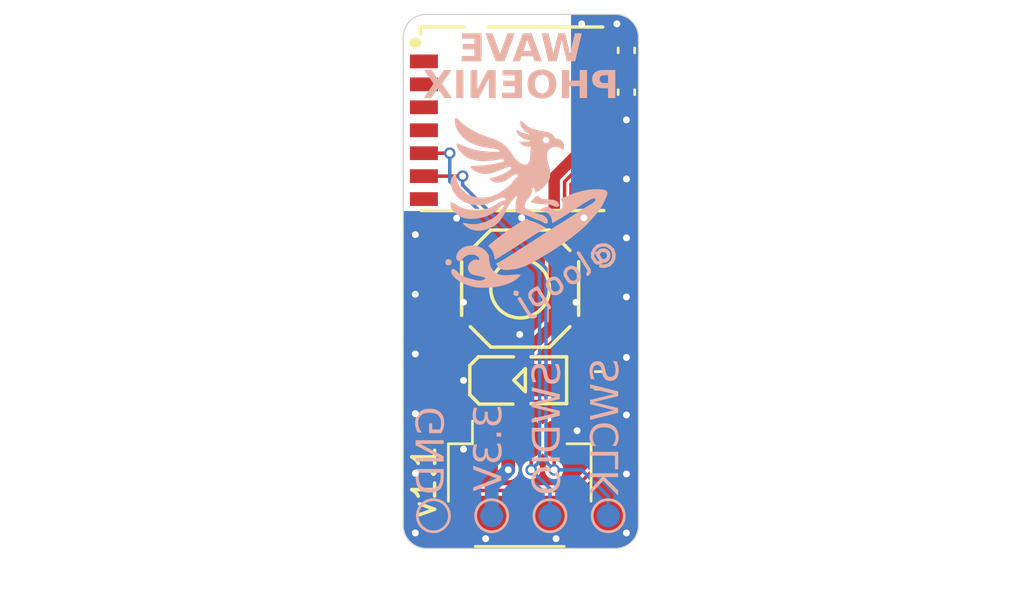
<source format=kicad_pcb>
(kicad_pcb (version 20240108) (generator "pcbnew") (generator_version "8.0")
  (layers (0 "F.Cu" signal "Top") (31 "B.Cu" signal) (34 "B.Paste" user) (35 "F.Paste" user) (36 "B.SilkS" user "B.Silkscreen") (37 "F.SilkS" user "F.Silkscreen") (38 "B.Mask" user) (39 "F.Mask" user) (44 "Edge.Cuts" user))
  (net 0 "")
  (net 1 "+3V3")
  (net 5 "GND")
  (net 10 "/LED")
  (net 13 "/PAIR")
  (net 14 "/SWCLK")
  (net 15 "/SI{slash}SWDIO")
  (net 16 "Net-(D1-A)")
  (footprint "Connector_JST:JST_SH_SM04B-SRSS-TB_1x04-1MP_P1.00mm_Horizontal" (layer "F.Cu") (at 139.55 97.150243)
    (property "Reference" "J1" (hide yes))
    (property "Value" "Conn_01x04_MountingPin")
  )
  (footprint "Resistor_SMD:R_0402_1005Metric" (layer "F.Cu") (at 143 92.6)
    (property "Reference" "R1" (hide yes))
    (property "Value" "100R")
  )
  (footprint "project-footprints:LED0805-R-RD" (layer "F.Cu") (at 139.594089 92.594117)
    (property "Reference" "D1" (hide yes))
    (property "Value" "0805G (Green)")
  )
  (footprint "project-footprints:SW-SMD_4P-L5.1-W5.1-P3.70-LS6.5-TL-2" (layer "F.Cu") (at 139.5675 88.6 180)
    (property "Reference" "SW1" (hide yes))
    (property "Value" "TS-1187A-B-A-B")
  )
  (footprint "Capacitor_SMD:C_0402_1005Metric" (layer "F.Cu") (at 144.2 78.22 90)
    (property "Reference" "C1" (hide yes))
    (property "Value" "0.1uF")
  )
  (footprint "Capacitor_SMD:C_0402_1005Metric" (layer "F.Cu") (at 144.2 80.043505 -90)
    (property "Reference" "C2" (hide yes))
    (property "Value" "10uF")
  )
  (footprint "project-footprints:RF-BM-BG22C3" (layer "F.Cu") (at 139.215 81.02)
    (property "Reference" "U1" (hide yes))
    (property "Value" "WIFI-SMD_15P-P1.00-L8.0-W8.0-P1.00_RF-BM-BG22C3")
  )
  (footprint "TestPoint:TestPoint_Pad_D1.0mm" (layer "B.Cu") (at 138.327323 98.5 -90)
    (property "Reference" "TP2" (hide yes))
    (property "Value" "V")
  )
  (footprint "TestPoint:TestPoint_Pad_D1.0mm" (layer "B.Cu") (at 143.407323 98.5 -90)
    (property "Reference" "TP4" (hide yes))
    (property "Value" "C")
  )
  (footprint "TestPoint:TestPoint_Pad_D1.0mm" (layer "B.Cu") (at 135.787323 98.5)
    (property "Reference" "TP1" (hide yes))
    (property "Value" "G")
  )
  (footprint "TestPoint:TestPoint_Pad_D1.0mm" (layer "B.Cu") (at 140.867323 98.5 -90)
    (property "Reference" "TP3" (hide yes))
    (property "Value" "D")
  )
  (gr_poly (pts (xy 138.871385 84.946593) (xy 138.778778 84.959823) (xy 138.792009 84.906908) (xy 138.871385 84.906906)) (stroke (width -0.000001)) (fill solid) (layer "B.SilkS"))
  (gr_poly (pts (xy 136.449121 87.320419) (xy 136.455795 87.32082) (xy 136.462784 87.321453) (xy 136.470123 87.3223) (xy 136.485915 87.324654) (xy 136.503363 87.327845) (xy 136.529822 87.354303) (xy 136.510175 87.354148) (xy 136.490529 87.353687) (xy 136.470891 87.352915) (xy 136.451273 87.351823) (xy 136.443019 87.352412) (xy 136.435414 87.353151) (xy 136.428399 87.354061) (xy 136.421892 87.355174) (xy 136.415828 87.356512) (xy 136.410135 87.358108) (xy 136.40474 87.359983) (xy 136.399573 87.362166) (xy 136.394563 87.364684) (xy 136.389631 87.367567) (xy 136.384718 87.370838) (xy 136.379745 87.374527) (xy 136.374645 87.37866) (xy 136.369337 87.383264) (xy 136.36376 87.388365) (xy 136.357843 87.393988) (xy 136.331384 87.433677) (xy 136.318156 87.393988) (xy 136.330391 87.381511) (xy 136.341664 87.370282) (xy 136.352167 87.360271) (xy 136.362085 87.351452) (xy 136.366882 87.347478) (xy 136.371604 87.343794) (xy 136.376271 87.34039) (xy 136.380911 87.337266) (xy 136.385546 87.334417) (xy 136.390192 87.331843) (xy 136.394882 87.329533) (xy 136.399637 87.327491) (xy 136.404475 87.325709) (xy 136.409427 87.324183) (xy 136.414507 87.322916) (xy 136.419749 87.321894) (xy 136.425173 87.321117) (xy 136.430793 87.320591) (xy 136.436645 87.320296) (xy 136.44275 87.320241)) (stroke (width -0.000001)) (fill solid) (layer "B.SilkS"))
  (gr_poly (pts (xy 137.940819 85.730037) (xy 137.945915 85.730462) (xy 137.951038 85.731123) (xy 137.956236 85.732026) (xy 137.961555 85.73317) (xy 137.967044 85.734573) (xy 137.972754 85.736232) (xy 137.978734 85.738153) (xy 137.98503 85.740343) (xy 137.980974 85.744254) (xy 137.976882 85.747907) (xy 137.972766 85.751304) (xy 137.968616 85.754464) (xy 137.96443 85.75739) (xy 137.960215 85.760089) (xy 137.955961 85.762578) (xy 137.951675 85.764857) (xy 137.947349 85.76694) (xy 137.942989 85.768831) (xy 137.934148 85.77209) (xy 137.925143 85.7747) (xy 137.915963 85.776737) (xy 137.906607 85.778268) (xy 137.897059 85.779366) (xy 137.887317 85.780105) (xy 137.877371 85.780549) (xy 137.856831 85.780856) (xy 137.835376 85.780856) (xy 137.786594 85.78003) (xy 137.786594 85.7668) (xy 137.821287 85.756361) (xy 137.856046 85.74613) (xy 137.895113 85.734506) (xy 137.901759 85.733231) (xy 137.908041 85.732152) (xy 137.91401 85.73127) (xy 137.919709 85.730597) (xy 137.925194 85.730129) (xy 137.930505 85.729877) (xy 137.935698 85.729846)) (stroke (width -0.000001)) (fill solid) (layer "B.SilkS"))
  (gr_poly (pts (xy 139.466698 81.705446) (xy 139.466696 81.798051) (xy 139.479928 81.82451) (xy 139.453467 81.85097) (xy 139.440183 81.819163) (xy 139.427011 81.787303) (xy 139.412125 81.751493) (xy 139.408306 81.740583) (xy 139.406758 81.736017) (xy 139.405435 81.731901) (xy 139.404315 81.728128) (xy 139.403378 81.724596) (xy 139.402613 81.721192) (xy 139.401997 81.717819) (xy 139.401519 81.714362) (xy 139.40116 81.710719) (xy 139.400906 81.706781) (xy 139.40073 81.702448) (xy 139.400573 81.692156) (xy 139.400551 81.678989)) (stroke (width -0.000001)) (fill solid) (layer "B.SilkS"))
  (gr_poly (pts (xy 137.674501 87.339936) (xy 137.707217 87.341073) (xy 137.720446 87.367533) (xy 137.681793 87.372854) (xy 137.63115 87.379935) (xy 137.580922 87.386909) (xy 137.555882 87.390999) (xy 137.543536 87.393208) (xy 137.531267 87.395576) (xy 137.519039 87.398128) (xy 137.506828 87.4009) (xy 137.494597 87.40392) (xy 137.482322 87.40722) (xy 137.488224 87.400639) (xy 137.494189 87.394487) (xy 137.500213 87.388749) (xy 137.506307 87.383413) (xy 137.512466 87.378462) (xy 137.518687 87.373884) (xy 137.524975 87.369669) (xy 137.531332 87.365797) (xy 137.537761 87.36226) (xy 137.54426 87.359035) (xy 137.550829 87.356123) (xy 137.557474 87.353496) (xy 137.564188 87.351152) (xy 137.570979 87.349066) (xy 137.584787 87.345638) (xy 137.598911 87.343098) (xy 137.613352 87.341343) (xy 137.628125 87.340255) (xy 137.643233 87.339733) (xy 137.658689 87.339661)) (stroke (width -0.000001)) (fill solid) (layer "B.SilkS"))
  (gr_poly (pts (xy 140.101697 84.787842) (xy 140.088467 84.853989) (xy 140.035552 84.827531) (xy 140.062012 84.774614)) (stroke (width -0.000001)) (fill solid) (layer "B.SilkS"))
  (gr_poly (pts (xy 140.480627 85.146413) (xy 140.487358 85.147562) (xy 140.492925 85.148636) (xy 140.497952 85.149785) (xy 140.503054 85.151169) (xy 140.508855 85.152938) (xy 140.515973 85.155251) (xy 140.525029 85.158262) (xy 140.538259 85.197947) (xy 140.525104 85.20229) (xy 140.519668 85.204001) (xy 140.514863 85.205402) (xy 140.510585 85.206498) (xy 140.506734 85.207294) (xy 140.503214 85.207782) (xy 140.499914 85.207975) (xy 140.496742 85.207862) (xy 140.493599 85.207451) (xy 140.49038 85.206744) (xy 140.486985 85.20574) (xy 140.483312 85.204436) (xy 140.479263 85.202843) (xy 140.469634 85.198775) (xy 140.445655 85.184717) (xy 140.472112 85.145032)) (stroke (width -0.000001)) (fill solid) (layer "B.SilkS"))
  (gr_poly (pts (xy 136.794024 81.172009) (xy 136.798075 81.172212) (xy 136.802493 81.17255) (xy 136.807389 81.173025) (xy 136.819083 81.174382) (xy 136.834094 81.176282) (xy 136.840459 81.181359) (xy 136.846662 81.186569) (xy 136.852713 81.191902) (xy 136.858621 81.197353) (xy 136.864405 81.202913) (xy 136.870074 81.208575) (xy 136.881127 81.22016) (xy 136.89188 81.23205) (xy 136.902439 81.244179) (xy 136.923392 81.268884) (xy 136.948094 81.296522) (xy 136.972895 81.324075) (xy 136.997066 81.350871) (xy 137.005878 81.360134) (xy 137.014818 81.36918) (xy 137.023886 81.378019) (xy 137.033074 81.386671) (xy 137.042386 81.395143) (xy 137.051811 81.403452) (xy 137.070995 81.419632) (xy 137.090593 81.435325) (xy 137.11058 81.450636) (xy 137.130923 81.465674) (xy 137.151593 81.480553) (xy 137.174195 81.496844) (xy 137.241631 81.543906) (xy 137.309754 81.588861) (xy 137.378565 81.631813) (xy 137.448073 81.672852) (xy 137.518273 81.712071) (xy 137.589174 81.749571) (xy 137.660777 81.785451) (xy 137.733088 81.819803) (xy 137.806108 81.852723) (xy 137.879833 81.884313) (xy 138.029435 81.943872) (xy 138.181919 81.999256) (xy 138.337308 82.051236) (xy 138.41173 82.076813) (xy 138.483244 82.104615) (xy 138.55196 82.134703) (xy 138.617984 82.167155) (xy 138.68142 82.202038) (xy 138.742379 82.239422) (xy 138.800964 82.279375) (xy 138.857283 82.321966) (xy 138.911445 82.367269) (xy 138.963554 82.415351) (xy 139.013719 82.466276) (xy 139.062047 82.520127) (xy 139.108641 82.576963) (xy 139.153613 82.636857) (xy 139.197067 82.69988) (xy 139.23911 82.766097) (xy 139.260744 82.800775) (xy 139.283022 82.834808) (xy 139.306025 82.868095) (xy 139.329822 82.90054) (xy 139.354493 82.932033) (xy 139.380115 82.962479) (xy 139.406751 82.991778) (xy 139.43449 83.019824) (xy 139.463397 83.046523) (xy 139.49355 83.07177) (xy 139.525023 83.095464) (xy 139.557894 83.117503) (xy 139.592235 83.137787) (xy 139.628117 83.156222) (xy 139.665623 83.172694) (xy 139.704824 83.187114) (xy 139.732341 83.189345) (xy 139.745601 83.18997) (xy 139.758574 83.190214) (xy 139.77129 83.190028) (xy 139.783785 83.189372) (xy 139.796084 83.188201) (xy 139.808218 83.186475) (xy 139.820221 83.18415) (xy 139.832132 83.18118) (xy 139.843967 83.177523) (xy 139.855772 83.173136) (xy 139.867572 83.167974) (xy 139.879398 83.161999) (xy 139.891285 83.155165) (xy 139.903259 83.147429) (xy 139.911267 83.139875) (xy 139.918786 83.132237) (xy 139.925841 83.124502) (xy 139.932441 83.116677) (xy 139.938606 83.108759) (xy 139.944346 83.100746) (xy 139.949683 83.092644) (xy 139.954635 83.084443) (xy 139.95921 83.07615) (xy 139.963435 83.067758) (xy 139.970878 83.05069) (xy 139.977099 83.03323) (xy 139.98222 83.015377) (xy 139.986378 82.997125) (xy 139.989701 82.978473) (xy 139.992314 82.959413) (xy 139.994356 82.93994) (xy 139.997236 82.899738) (xy 139.99938 82.857832) (xy 140.001717 82.803759) (xy 140.003885 82.749678) (xy 140.007878 82.666417) (xy 140.010826 82.624615) (xy 140.014865 82.582897) (xy 140.020339 82.541409) (xy 140.023718 82.520799) (xy 140.027588 82.500302) (xy 140.031984 82.479938) (xy 140.036956 82.459724) (xy 140.042539 82.439679) (xy 140.04878 82.419822) (xy 140.010024 82.421217) (xy 139.952667 82.421485) (xy 139.925138 82.420727) (xy 139.898314 82.419223) (xy 139.872139 82.41685) (xy 139.84656 82.413499) (xy 139.821527 82.409054) (xy 139.796982 82.4034) (xy 139.772887 82.396421) (xy 139.749178 82.387998) (xy 139.725806 82.378022) (xy 139.702722 82.366373) (xy 139.679874 82.352938) (xy 139.657206 82.337603) (xy 139.634673 82.320247) (xy 139.612217 82.30076) (xy 139.590383 82.278665) (xy 139.581551 82.269525) (xy 139.573976 82.261423) (xy 139.567568 82.254183) (xy 139.562219 82.247635) (xy 139.557846 82.2416) (xy 139.55599 82.238722) (xy 139.554339 82.235907) (xy 139.552883 82.233133) (xy 139.551609 82.230381) (xy 139.550505 82.227624) (xy 139.549559 82.224845) (xy 139.548758 82.22202) (xy 139.548091 82.219126) (xy 139.547105 82.213054) (xy 139.546507 82.206446) (xy 139.546201 82.199134) (xy 139.54607 82.181698) (xy 139.5916 82.188159) (xy 139.613932 82.190684) (xy 139.636212 82.192741) (xy 139.658464 82.194358) (xy 139.680716 82.195582) (xy 139.70298 82.196459) (xy 139.725293 82.197028) (xy 139.770143 82.197407) (xy 139.801656 82.197434) (xy 139.828532 82.196847) (xy 139.854846 82.195539) (xy 139.880746 82.193436) (xy 139.906375 82.190467) (xy 139.931881 82.186556) (xy 139.957404 82.181638) (xy 139.983096 82.175629) (xy 140.009092 82.168468) (xy 140.00909 82.142011) (xy 139.977051 82.138549) (xy 139.940273 82.133197) (xy 139.916034 82.128783) (xy 140.551489 82.128781) (xy 140.555481 82.139995) (xy 140.559676 82.150724) (xy 140.564115 82.160989) (xy 140.568823 82.17081) (xy 140.573825 82.180206) (xy 140.579162 82.189197) (xy 140.584858 82.197801) (xy 140.59094 82.206038) (xy 140.597448 82.213928) (xy 140.604404 82.221492) (xy 140.611842 82.228746) (xy 140.619794 82.235711) (xy 140.628285 82.242406) (xy 140.637348 82.248854) (xy 140.647019 82.255069) (xy 140.657321 82.261073) (xy 140.668257 82.261978) (xy 140.67873 82.262427) (xy 140.688781 82.262417) (xy 140.698461 82.261949) (xy 140.70783 82.261015) (xy 140.716923 82.259615) (xy 140.725793 82.257751) (xy 140.734491 82.255421) (xy 140.743062 82.252623) (xy 140.75156 82.249349) (xy 140.760029 82.245605) (xy 140.768521 82.241387) (xy 140.777078 82.236692) (xy 140.785757 82.23152) (xy 140.794609 82.225866) (xy 140.80367 82.219732) (xy 140.813431 82.207533) (xy 140.817375 82.202417) (xy 140.820742 82.197791) (xy 140.823576 82.19354) (xy 140.824804 82.191512) (xy 140.825915 82.189535) (xy 140.826912 82.187586) (xy 140.827801 82.185655) (xy 140.828589 82.183726) (xy 140.829273 82.18178) (xy 140.829868 82.179805) (xy 140.830372 82.177785) (xy 140.830794 82.175704) (xy 140.831139 82.17355) (xy 140.831407 82.171305) (xy 140.83161 82.168951) (xy 140.831825 82.163867) (xy 140.83183 82.158174) (xy 140.831658 82.15175) (xy 140.830956 82.136222) (xy 140.827511 82.12579) (xy 140.823976 82.116024) (xy 140.820319 82.10686) (xy 140.816521 82.098217) (xy 140.812552 82.090028) (xy 140.808378 82.082228) (xy 140.803989 82.074736) (xy 140.799339 82.067489) (xy 140.794419 82.060413) (xy 140.78919 82.053436) (xy 140.78363 82.04649) (xy 140.777711 82.039503) (xy 140.771407 82.032406) (xy 140.764695 82.02512) (xy 140.749925 82.009719) (xy 140.7435 82.006644) (xy 140.737166 82.003887) (xy 140.730925 82.001448) (xy 140.724774 81.999324) (xy 140.718709 81.997506) (xy 140.712732 81.99599) (xy 140.706836 81.994773) (xy 140.701014 81.993855) (xy 140.69527 81.993228) (xy 140.689601 81.992885) (xy 140.684 81.992829) (xy 140.678467 81.993049) (xy 140.673005 81.993542) (xy 140.667598 81.994307) (xy 140.662254 81.995335) (xy 140.656968 81.996627) (xy 140.651734 81.998177) (xy 140.646553 81.999978) (xy 140.641423 82.002028) (xy 140.636337 82.004321) (xy 140.626294 82.009632) (xy 140.616406 82.015866) (xy 140.606648 82.022995) (xy 140.596997 82.030984) (xy 140.587439 82.039798) (xy 140.577947 82.049406) (xy 140.570696 82.061755) (xy 140.567744 82.066912) (xy 140.565192 82.07155) (xy 140.562998 82.075779) (xy 140.561123 82.079722) (xy 140.559532 82.083488) (xy 140.558186 82.087199) (xy 140.557037 82.09097) (xy 140.556061 82.094912) (xy 140.555207 82.099149) (xy 140.554444 82.103794) (xy 140.553727 82.108963) (xy 140.553022 82.114776) (xy 140.551489 82.128781) (xy 139.916034 82.128783) (xy 139.903997 82.126589) (xy 139.868271 82.118685) (xy 139.833137 82.109441) (xy 139.798636 82.098823) (xy 139.764808 82.086791) (xy 139.731697 82.073305) (xy 139.699349 82.058322) (xy 139.6678 82.041807) (xy 139.637096 82.023714) (xy 139.607278 82.004012) (xy 139.578386 81.982656) (xy 139.550465 81.959607) (xy 139.523558 81.934826) (xy 139.497705 81.908274) (xy 139.472951 81.879907) (xy 139.465472 81.868553) (xy 139.458228 81.857025) (xy 139.451252 81.845319) (xy 139.444579 81.833443) (xy 139.438242 81.821401) (xy 139.432274 81.809195) (xy 139.42671 81.796831) (xy 139.421586 81.784311) (xy 139.416937 81.771639) (xy 139.412794 81.75882) (xy 139.409199 81.745853) (xy 139.406174 81.732749) (xy 139.403769 81.719504) (xy 139.402002 81.706129) (xy 139.400922 81.692622) (xy 139.400551 81.678989) (xy 139.417929 81.68564) (xy 139.434939 81.692704) (xy 139.451648 81.700164) (xy 139.468125 81.707996) (xy 139.484429 81.716189) (xy 139.50063 81.724724) (xy 139.516798 81.733579) (xy 139.532995 81.742729) (xy 139.558788 81.756937) (xy 139.584683 81.77035) (xy 139.610702 81.782976) (xy 139.636864 81.794818) (xy 139.663191 81.80588) (xy 139.6897 81.816169) (xy 139.716412 81.825689) (xy 139.74335 81.83444) (xy 139.770532 81.842434) (xy 139.797983 81.849667) (xy 139.825716 81.856149) (xy 139.85376 81.861882) (xy 139.882129 81.866873) (xy 139.910846 81.871124) (xy 139.93993 81.874642) (xy 139.969405 81.877428) (xy 139.969405 81.850968) (xy 139.940675 81.840635) (xy 139.913285 81.828018) (xy 139.886385 81.814009) (xy 139.860036 81.798666) (xy 139.834313 81.782054) (xy 139.80927 81.764235) (xy 139.784983 81.745271) (xy 139.761517 81.725219) (xy 139.738937 81.704145) (xy 139.717307 81.682113) (xy 139.696698 81.659178) (xy 139.677174 81.63541) (xy 139.658804 81.610867) (xy 139.641647 81.585612) (xy 139.625778 81.559705) (xy 139.611261 81.533207) (xy 139.598162 81.506182) (xy 139.593505 81.493348) (xy 139.58929 81.480799) (xy 139.585517 81.468498) (xy 139.58217 81.456396) (xy 139.579244 81.444436) (xy 139.576732 81.432577) (xy 139.574621 81.420765) (xy 139.572914 81.408952) (xy 139.571591 81.397093) (xy 139.570645 81.385136) (xy 139.570077 81.373028) (xy 139.56987 81.360728) (xy 139.570022 81.348179) (xy 139.57052 81.335335) (xy 139.571359 81.322151) (xy 139.572531 81.308571) (xy 139.585759 81.282116) (xy 139.596781 81.285776) (xy 139.607172 81.289714) (xy 139.617 81.293936) (xy 139.626326 81.298444) (xy 139.635206 81.303248) (xy 139.643696 81.308354) (xy 139.651866 81.313762) (xy 139.659764 81.319486) (xy 139.667457 81.325526) (xy 139.675004 81.331888) (xy 139.682462 81.338582) (xy 139.68989 81.34561) (xy 139.704911 81.360697) (xy 139.720531 81.3772) (xy 139.765578 81.421069) (xy 139.812148 81.461285) (xy 139.860176 81.498034) (xy 139.909593 81.531505) (xy 139.96033 81.561883) (xy 140.012325 81.589354) (xy 140.065506 81.614109) (xy 140.119808 81.636337) (xy 140.175161 81.656223) (xy 140.231502 81.67396) (xy 140.288763 81.689722) (xy 140.346876 81.703713) (xy 140.405769 81.71611) (xy 140.465386 81.727102) (xy 140.525651 81.736882) (xy 140.586497 81.745633) (xy 140.643679 81.754539) (xy 140.701556 81.765493) (xy 140.730486 81.771975) (xy 140.75926 81.779261) (xy 140.787768 81.78744) (xy 140.815903 81.796612) (xy 140.843561 81.806865) (xy 140.870625 81.818303) (xy 140.896992 81.831022) (xy 140.922549 81.845111) (xy 140.947193 81.860666) (xy 140.970804 81.87779) (xy 140.993278 81.896577) (xy 141.014509 81.917115) (xy 141.025219 81.934166) (xy 141.035812 81.951293) (xy 141.0463 81.968484) (xy 141.05668 81.985739) (xy 141.066558 82.000637) (xy 141.071189 82.0073) (xy 141.075714 82.01349) (xy 141.080197 82.019243) (xy 141.084711 82.024596) (xy 141.089327 82.029581) (xy 141.094112 82.034236) (xy 141.099136 82.038598) (xy 141.104474 82.0427) (xy 141.110191 82.046584) (xy 141.116364 82.050278) (xy 141.123053 82.053827) (xy 141.130335 82.05726) (xy 141.138278 82.060616) (xy 141.146955 82.063928) (xy 141.16928 82.068179) (xy 141.191627 82.072286) (xy 141.214007 82.07624) (xy 141.236408 82.08005) (xy 141.252678 82.08391) (xy 141.268382 82.088473) (xy 141.283541 82.093729) (xy 141.298171 82.099675) (xy 141.312283 82.1063) (xy 141.325895 82.113603) (xy 141.33902 82.12157) (xy 141.351673 82.130201) (xy 141.363875 82.139483) (xy 141.375637 82.149415) (xy 141.386973 82.159987) (xy 141.397905 82.171192) (xy 141.408438 82.183024) (xy 141.418597 82.195476) (xy 141.428393 82.208542) (xy 141.437843 82.222211) (xy 141.448292 82.242872) (xy 141.457104 82.263685) (xy 141.464348 82.284645) (xy 141.470102 82.305736) (xy 141.474443 82.326952) (xy 141.477452 82.348276) (xy 141.479199 82.369705) (xy 141.479771 82.391223) (xy 141.479236 82.41282) (xy 141.477678 82.434488) (xy 141.475167 82.456214) (xy 141.471785 82.477985) (xy 141.467608 82.499797) (xy 141.462711 82.521634) (xy 141.457174 82.543485) (xy 141.451073 82.565343) (xy 141.398156 82.565343) (xy 141.371648 82.53231) (xy 141.345238 82.499199) (xy 141.326555 82.486647) (xy 141.30787 82.475563) (xy 141.289147 82.465873) (xy 141.270357 82.4575) (xy 141.251466 82.450371) (xy 141.232443 82.444415) (xy 141.213251 82.439558) (xy 141.193863 82.435722) (xy 141.174246 82.432839) (xy 141.154366 82.430828) (xy 141.134188 82.429621) (xy 141.113685 82.429145) (xy 141.092823 82.429324) (xy 141.071561 82.430085) (xy 141.049879 82.431352) (xy 141.027738 82.433052) (xy 141.019624 82.435379) (xy 141.011662 82.437844) (xy 141.003845 82.440437) (xy 140.996158 82.44316) (xy 140.981107 82.449005) (xy 140.966393 82.455369) (xy 140.951908 82.462254) (xy 140.937536 82.469651) (xy 140.923162 82.477558) (xy 140.908674 82.485969) (xy 140.883146 82.499561) (xy 140.875522 82.504334) (xy 140.868166 82.509297) (xy 140.861076 82.514437) (xy 140.854241 82.519756) (xy 140.847655 82.525246) (xy 140.841308 82.530907) (xy 140.8352 82.536728) (xy 140.829321 82.54271) (xy 140.818221 82.555134) (xy 140.807958 82.568139) (xy 140.798473 82.58169) (xy 140.789711 82.595758) (xy 140.781621 82.610296) (xy 140.774147 82.625279) (xy 140.767233 82.640667) (xy 140.76083 82.656422) (xy 140.754874 82.672515) (xy 140.749317 82.688905) (xy 140.744102 82.705558) (xy 140.739175 82.722441) (xy 140.737631 82.757802) (xy 140.737234 82.79254) (xy 140.737948 82.82673) (xy 140.739725 82.860437) (xy 140.742516 82.893734) (xy 140.746275 82.926691) (xy 140.750954 82.959377) (xy 140.756511 82.991865) (xy 140.762894 83.02422) (xy 140.770061 83.05652) (xy 140.786551 83.121221) (xy 140.805616 83.186525) (xy 140.826872 83.253003) (xy 140.837146 83.288231) (xy 140.846631 83.324729) (xy 140.855226 83.362304) (xy 140.862816 83.400777) (xy 140.869296 83.43996) (xy 140.874559 83.479669) (xy 140.878487 83.519723) (xy 140.880978 83.559934) (xy 140.88192 83.600116) (xy 140.88121 83.640086) (xy 140.878737 83.67966) (xy 140.874386 83.718649) (xy 140.868055 83.756876) (xy 140.859627 83.794154) (xy 140.849005 83.83029) (xy 140.836073 83.86511) (xy 140.809986 83.910379) (xy 140.782075 83.954641) (xy 140.7524 83.997829) (xy 140.721022 84.03987) (xy 140.687998 84.080702) (xy 140.6534 84.120254) (xy 140.617281 84.158459) (xy 140.579701 84.195256) (xy 140.540729 84.230569) (xy 140.500421 84.264336) (xy 140.458843 84.296484) (xy 140.416047 84.326954) (xy 140.372104 84.355673) (xy 140.327073 84.382575) (xy 140.281015 84.407591) (xy 140.233989 84.430656) (xy 140.227166 84.394897) (xy 140.217451 84.347974) (xy 140.208153 84.301465) (xy 140.20535 84.293121) (xy 140.20252 84.285347) (xy 140.19963 84.278097) (xy 140.196648 84.271304) (xy 140.193537 84.264923) (xy 140.190267 84.25889) (xy 140.186805 84.253154) (xy 140.18311 84.247661) (xy 140.179157 84.242355) (xy 140.17491 84.237179) (xy 140.170338 84.232078) (xy 140.165403 84.226996) (xy 140.160075 84.221878) (xy 140.154319 84.21667) (xy 140.148099 84.211315) (xy 140.141384 84.20576) (xy 140.114924 84.192533) (xy 140.113891 84.218783) (xy 140.110654 84.256664) (xy 140.10576 84.293324) (xy 140.099251 84.328854) (xy 140.091176 84.363341) (xy 140.081584 84.396884) (xy 140.070512 84.429582) (xy 140.058012 84.461515) (xy 140.044129 84.492789) (xy 140.028901 84.523488) (xy 140.012383 84.553711) (xy 139.994614 84.583549) (xy 139.975646 84.613091) (xy 139.955514 84.642441) (xy 139.934275 84.671682) (xy 139.911966 84.700913) (xy 139.888634 84.730226) (xy 139.874534 84.748222) (xy 139.861374 84.766032) (xy 139.849148 84.783723) (xy 139.837848 84.801385) (xy 139.827458 84.819091) (xy 139.817975 84.836918) (xy 139.809389 84.854945) (xy 139.80169 84.873252) (xy 139.794872 84.891918) (xy 139.788921 84.91102) (xy 139.783829 84.93064) (xy 139.779591 84.950849) (xy 139.776193 84.971732) (xy 139.773629 84.993366) (xy 139.771891 85.01583) (xy 139.770966 85.0392) (xy 139.775056 85.053147) (xy 139.777074 85.059559) (xy 139.779129 85.065636) (xy 139.78127 85.07141) (xy 139.783546 85.07691) (xy 139.785994 85.082168) (xy 139.788658 85.087214) (xy 139.791589 85.092081) (xy 139.794831 85.096801) (xy 139.79842 85.101405) (xy 139.802409 85.105919) (xy 139.806837 85.110381) (xy 139.811753 85.11482) (xy 139.817199 85.119263) (xy 139.823223 85.123743) (xy 139.855044 85.138055) (xy 139.891083 85.154599) (xy 139.929718 85.171489) (xy 139.968299 85.189055) (xy 139.999276 85.202886) (xy 140.030319 85.216538) (xy 140.0926 85.243426) (xy 140.137842 85.262785) (xy 140.177362 85.278905) (xy 140.216943 85.294228) (xy 140.25666 85.308737) (xy 140.296579 85.322421) (xy 140.336771 85.335265) (xy 140.377311 85.347246) (xy 140.418263 85.358357) (xy 140.459702 85.368581) (xy 140.481976 85.374592) (xy 140.503777 85.38147) (xy 140.525092 85.389213) (xy 140.545902 85.397819) (xy 140.566189 85.407288) (xy 140.585941 85.417621) (xy 140.605128 85.428818) (xy 140.623746 85.440877) (xy 140.641771 85.453798) (xy 140.659188 85.46758) (xy 140.675978 85.482225) (xy 140.692124 85.497732) (xy 140.70761 85.514097) (xy 140.722415 85.531328) (xy 140.736526 85.549415) (xy 140.749925 85.568367) (xy 140.755082 85.579622) (xy 140.759604 85.590573) (xy 140.763503 85.60127) (xy 140.766792 85.611757) (xy 140.769485 85.62209) (xy 140.77159 85.632324) (xy 140.773123 85.642505) (xy 140.774101 85.652685) (xy 140.774522 85.662919) (xy 140.77441 85.673257) (xy 140.773775 85.683749) (xy 140.772625 85.694451) (xy 140.770977 85.705407) (xy 140.768841 85.716672) (xy 140.766228 85.728301) (xy 140.763157 85.740343) (xy 140.755727 85.746905) (xy 140.752605 85.749587) (xy 140.749771 85.751919) (xy 140.747151 85.753942) (xy 140.744668 85.75569) (xy 140.742242 85.757211) (xy 140.741027 85.757894) (xy 140.739798 85.758532) (xy 140.738543 85.759135) (xy 140.737255 85.759703) (xy 140.734539 85.760755) (xy 140.731571 85.761733) (xy 140.728272 85.76267) (xy 140.724569 85.763604) (xy 140.720381 85.764579) (xy 140.710239 85.7668) (xy 140.698203 85.765555) (xy 140.686687 85.763942) (xy 140.675635 85.76197) (xy 140.664982 85.759642) (xy 140.654682 85.756958) (xy 140.644673 85.753921) (xy 140.6349 85.750533) (xy 140.625303 85.746801) (xy 140.615829 85.742726) (xy 140.606422 85.738306) (xy 140.597021 85.733552) (xy 140.587575 85.72846) (xy 140.568316 85.717278) (xy 140.548181 85.704789) (xy 140.533239 85.695948) (xy 140.518291 85.68752) (xy 140.503331 85.679478) (xy 140.488333 85.671806) (xy 140.458187 85.657461) (xy 140.427733 85.644294) (xy 140.39685 85.632111) (xy 140.365422 85.620731) (xy 140.33333 85.609954) (xy 140.300454 85.599594) (xy 140.272141 85.590251) (xy 140.244321 85.580276) (xy 140.216898 85.569699) (xy 140.189789 85.558548) (xy 140.162902 85.546854) (xy 140.13615 85.53465) (xy 140.109439 85.521965) (xy 140.082678 85.508835) (xy 140.028843 85.483572) (xy 139.974574 85.460468) (xy 139.919858 85.439245) (xy 139.864674 85.419634) (xy 139.809005 85.401354) (xy 139.752828 85.384136) (xy 139.696128 85.367707) (xy 139.638882 85.35179) (xy 139.606406 85.342889) (xy 139.576002 85.334729) (xy 139.545551 85.32674) (xy 139.502501 85.315234) (xy 139.46964 85.306089) (xy 139.456408 85.30212) (xy 139.44497 85.298407) (xy 139.435079 85.294836) (xy 139.426475 85.291302) (xy 139.418921 85.287685) (xy 139.412152 85.283883) (xy 139.405923 85.279781) (xy 139.399986 85.275264) (xy 139.394086 85.270226) (xy 139.387972 85.264555) (xy 139.374091 85.250866) (xy 139.37005 85.179519) (xy 139.367614 85.107809) (xy 139.367268 85.035953) (xy 139.369489 84.964164) (xy 139.371718 84.928361) (xy 139.37477 84.892655) (xy 139.378707 84.857079) (xy 139.383589 84.821653) (xy 139.389478 84.786405) (xy 139.39643 84.751365) (xy 139.404515 84.716557) (xy 139.41378 84.682012) (xy 139.425251 84.640826) (xy 139.432022 84.617944) (xy 139.438988 84.595154) (xy 139.446145 84.572424) (xy 139.453468 84.549718) (xy 139.438264 84.558207) (xy 139.423643 84.566886) (xy 139.409566 84.575775) (xy 139.395986 84.584898) (xy 139.382867 84.594268) (xy 139.370159 84.603917) (xy 139.357827 84.613859) (xy 139.345828 84.624117) (xy 139.334112 84.634713) (xy 139.322645 84.645664) (xy 139.311387 84.656994) (xy 139.300289 84.66872) (xy 139.289314 84.68087) (xy 139.278416 84.693458) (xy 139.26755 84.706512) (xy 139.256683 84.720046) (xy 139.232512 84.750209) (xy 139.187159 84.809427) (xy 139.144502 84.868995) (xy 139.104269 84.929184) (xy 139.066188 84.990259) (xy 139.029984 85.052493) (xy 138.995388 85.116151) (xy 138.962129 85.181496) (xy 138.929934 85.248797) (xy 138.898448 85.313554) (xy 138.865479 85.375807) (xy 138.848348 85.40609) (xy 138.830733 85.435865) (xy 138.812601 85.465166) (xy 138.793915 85.494031) (xy 138.774635 85.522501) (xy 138.754728 85.550612) (xy 138.734153 85.578405) (xy 138.71288 85.605912) (xy 138.690871 85.633176) (xy 138.668079 85.660235) (xy 138.644482 85.687124) (xy 138.620031 85.713886) (xy 138.593984 85.742721) (xy 138.560774 85.775892) (xy 138.526147 85.806579) (xy 138.490191 85.834934) (xy 138.453011 85.8611) (xy 138.41469 85.885225) (xy 138.375329 85.90746) (xy 138.335026 85.92794) (xy 138.293866 85.946826) (xy 138.251953 85.964252) (xy 138.209378 85.980374) (xy 138.166236 85.995332) (xy 138.122624 86.009277) (xy 138.034362 86.034708) (xy 137.945343 86.057844) (xy 137.919484 86.065043) (xy 137.889542 86.070979) (xy 137.859098 86.075581) (xy 137.828244 86.078886) (xy 137.797063 86.080923) (xy 137.765647 86.081727) (xy 137.73408 86.081327) (xy 137.702449 86.079755) (xy 137.670847 86.077041) (xy 137.639356 86.073222) (xy 137.60806 86.068329) (xy 137.577057 86.06239) (xy 137.546428 86.055437) (xy 137.516258 86.047508) (xy 137.48664 86.038631) (xy 137.457662 86.028834) (xy 137.429407 86.018156) (xy 137.388891 86.002085) (xy 137.345896 85.981637) (xy 137.323118 85.969867) (xy 137.299822 85.957115) (xy 137.276263 85.943415) (xy 137.252696 85.928801) (xy 137.22937 85.913314) (xy 137.206543 85.896985) (xy 137.184463 85.879851) (xy 137.163391 85.861947) (xy 137.143574 85.843309) (xy 137.125267 85.823971) (xy 137.108726 85.80397) (xy 137.0942 85.783343) (xy 137.087773 85.772805) (xy 137.081948 85.762122) (xy 137.07675 85.751301) (xy 137.072218 85.740343) (xy 137.159862 85.752745) (xy 137.209162 85.759722) (xy 137.230661 85.762945) (xy 137.252139 85.766325) (xy 137.273583 85.769893) (xy 137.29499 85.773691) (xy 137.331116 85.778729) (xy 137.367875 85.782973) (xy 137.405165 85.786387) (xy 137.44288 85.788939) (xy 137.480926 85.7906) (xy 137.519201 85.791329) (xy 137.557606 85.791102) (xy 137.596035 85.789878) (xy 137.634396 85.787628) (xy 137.672579 85.784318) (xy 137.710493 85.779912) (xy 137.748027 85.774386) (xy 137.78509 85.767696) (xy 137.821577 85.759816) (xy 137.857388 85.75071) (xy 137.892428 85.740343) (xy 137.923424 85.731082) (xy 137.99152 85.709644) (xy 138.057768 85.68661) (xy 138.122165 85.661845) (xy 138.184717 85.635207) (xy 138.245425 85.606555) (xy 138.304291 85.575747) (xy 138.361318 85.542653) (xy 138.416501 85.507123) (xy 138.46985 85.469022) (xy 138.521365 85.428207) (xy 138.571044 85.384544) (xy 138.618894 85.337889) (xy 138.664912 85.288105) (xy 138.709105 85.235051) (xy 138.751466 85.178587) (xy 138.79201 85.118572) (xy 138.814231 85.08395) (xy 138.820138 85.072878) (xy 138.825413 85.062116) (xy 138.827827 85.056807) (xy 138.830111 85.051515) (xy 138.832267 85.046223) (xy 138.834307 85.040912) (xy 138.836241 85.035559) (xy 138.838068 85.030149) (xy 138.84146 85.01908) (xy 138.844552 85.00754) (xy 138.847407 84.995375) (xy 138.858155 84.946593) (xy 138.841576 84.951798) (xy 138.825925 84.9573) (xy 138.811109 84.963133) (xy 138.797045 84.969316) (xy 138.783645 84.975885) (xy 138.770825 84.982867) (xy 138.758503 84.990283) (xy 138.746584 84.99817) (xy 138.734989 85.006548) (xy 138.72363 85.015449) (xy 138.712415 85.024901) (xy 138.701267 85.034927) (xy 138.690096 85.045559) (xy 138.678815 85.056826) (xy 138.655585 85.081364) (xy 138.62674 85.110871) (xy 138.597772 85.139436) (xy 138.568445 85.167049) (xy 138.538527 85.193705) (xy 138.523277 85.206669) (xy 138.507792 85.219392) (xy 138.492049 85.231869) (xy 138.476006 85.244104) (xy 138.45965 85.256086) (xy 138.442941 85.267824) (xy 138.425856 85.279313) (xy 138.408363 85.290551) (xy 138.385831 85.304887) (xy 138.347331 85.328295) (xy 138.308395 85.350491) (xy 138.269031 85.371487) (xy 138.22924 85.391301) (xy 138.189031 85.409946) (xy 138.148405 85.427437) (xy 138.107371 85.443786) (xy 138.065932 85.45901) (xy 138.024092 85.473119) (xy 137.981861 85.486126) (xy 137.939237 85.498053) (xy 137.896228 85.508907) (xy 137.85284 85.518706) (xy 137.809079 85.527463) (xy 137.764943 85.535193) (xy 137.720445 85.541907) (xy 137.684325 85.547124) (xy 137.62939 85.552855) (xy 137.57382 85.557242) (xy 137.517783 85.56012) (xy 137.46146 85.56131) (xy 137.405025 85.560646) (xy 137.348646 85.557959) (xy 137.292496 85.553077) (xy 137.236747 85.54583) (xy 137.18158 85.536043) (xy 137.127161 85.523549) (xy 137.073668 85.50818) (xy 137.021274 85.489757) (xy 136.970148 85.468119) (xy 136.920468 85.443086) (xy 136.872404 85.414497) (xy 136.826135 85.382175) (xy 136.794403 85.356698) (xy 136.761024 85.330806) (xy 136.743492 85.315927) (xy 136.725429 85.299851) (xy 136.707028 85.282676) (xy 136.688501 85.264487) (xy 136.670044 85.245374) (xy 136.651865 85.225423) (xy 136.634162 85.204726) (xy 136.617144 85.18337) (xy 136.601005 85.161446) (xy 136.585952 85.139045) (xy 136.572191 85.116247) (xy 136.559922 85.093148) (xy 136.549347 85.069839) (xy 136.54476 85.05813) (xy 136.540671 85.046402) (xy 136.537107 85.034666) (xy 136.534095 85.022933) (xy 136.531659 85.011207) (xy 136.529822 84.99951) (xy 136.529274 84.978845) (xy 136.528962 84.958174) (xy 136.528873 84.937501) (xy 136.528996 84.916828) (xy 136.529356 84.873626) (xy 136.529822 84.840759) (xy 136.53607 84.838403) (xy 136.541903 84.836329) (xy 136.54739 84.83454) (xy 136.552582 84.833048) (xy 136.557537 84.831853) (xy 136.562322 84.83096) (xy 136.566991 84.830375) (xy 136.571607 84.830105) (xy 136.57623 84.830153) (xy 136.580915 84.830527) (xy 136.585723 84.83123) (xy 136.590712 84.83227) (xy 136.595947 84.833649) (xy 136.601481 84.835373) (xy 136.607376 84.837451) (xy 136.613694 84.83988) (xy 136.648058 84.859778) (xy 136.687176 84.882153) (xy 136.717894 84.900866) (xy 136.748446 84.919817) (xy 136.809291 84.958169) (xy 136.879031 84.999025) (xy 136.949688 85.036001) (xy 137.021214 85.069114) (xy 137.093575 85.09837) (xy 137.166725 85.123782) (xy 137.240629 85.145353) (xy 137.315248 85.163095) (xy 137.390542 85.177018) (xy 137.466462 85.187133) (xy 137.542978 85.193442) (xy 137.620047 85.195965) (xy 137.69763 85.194704) (xy 137.775689 85.189668) (xy 137.85418 85.180871) (xy 137.933064 85.168319) (xy 138.012305 85.152021) (xy 138.0518 85.141589) (xy 138.091024 85.130081) (xy 138.12997 85.117524) (xy 138.168602 85.103956) (xy 138.206911 85.089406) (xy 138.244874 85.073904) (xy 138.282473 85.057488) (xy 138.31969 85.040185) (xy 138.356503 85.022028) (xy 138.392892 85.003052) (xy 138.42884 84.983287) (xy 138.464329 84.962766) (xy 138.499337 84.941521) (xy 138.533848 84.919578) (xy 138.601287 84.873754) (xy 138.612441 84.866217) (xy 138.623626 84.85895) (xy 138.646134 84.845189) (xy 138.66889 84.832365) (xy 138.691953 84.820378) (xy 138.715396 84.80913) (xy 138.739291 84.798508) (xy 138.763701 84.788416) (xy 138.7887 84.77875) (xy 138.815976 84.76848) (xy 138.836934 84.761206) (xy 138.845586 84.758318) (xy 138.853232 84.755923) (xy 138.860033 84.754004) (xy 138.866143 84.752548) (xy 138.871723 84.751549) (xy 138.876937 84.750996) (xy 138.881932 84.750883) (xy 138.886877 84.751189) (xy 138.891927 84.751913) (xy 138.897238 84.753041) (xy 138.902975 84.754562) (xy 138.909288 84.756467) (xy 138.924303 84.761387) (xy 138.924304 84.65555) (xy 138.90711 84.651989) (xy 138.889967 84.649275) (xy 138.872874 84.647378) (xy 138.855841 84.64626) (xy 138.821927 84.646241) (xy 138.788246 84.648962) (xy 138.7548 84.654155) (xy 138.72161 84.661561) (xy 138.688677 84.670919) (xy 138.656015 84.681966) (xy 138.623633 84.694443) (xy 138.591548 84.708081) (xy 138.528291 84.737814) (xy 138.405767 84.799739) (xy 138.359504 84.82132) (xy 138.312963 84.841244) (xy 138.266083 84.859643) (xy 138.218815 84.876644) (xy 138.171101 84.892384) (xy 138.122882 84.906998) (xy 138.074105 84.920614) (xy 138.024715 84.933366) (xy 137.995666 84.941011) (xy 137.935493 84.953908) (xy 137.874353 84.963208) (xy 137.812462 84.969012) (xy 137.750023 84.971426) (xy 137.687237 84.970557) (xy 137.624311 84.966513) (xy 137.561454 84.959396) (xy 137.498863 84.949316) (xy 137.436753 84.936374) (xy 137.375321 84.920679) (xy 137.314777 84.902338) (xy 137.255323 84.881455) (xy 137.19717 84.858134) (xy 137.140512 84.832483) (xy 137.085565 84.804608) (xy 137.032532 84.774614) (xy 137.014714 84.762558) (xy 136.997402 84.750235) (xy 136.980517 84.737614) (xy 136.964005 84.724657) (xy 136.947788 84.711328) (xy 136.931798 84.697601) (xy 136.915975 84.683427) (xy 136.900237 84.668782) (xy 136.867631 84.639737) (xy 136.841707 84.614779) (xy 136.816732 84.589193) (xy 136.792719 84.562982) (xy 136.769657 84.53615) (xy 136.74756 84.508696) (xy 136.726436 84.480621) (xy 136.706286 84.451928) (xy 136.68711 84.422617) (xy 136.668919 84.392693) (xy 136.651718 84.362151) (xy 136.635509 84.330998) (xy 136.620292 84.299234) (xy 136.606082 84.266854) (xy 136.592879 84.233869) (xy 136.580687 84.200273) (xy 136.569509 84.166073) (xy 136.559278 84.135893) (xy 136.553322 84.113016) (xy 136.548416 84.089557) (xy 136.544563 84.065615) (xy 136.541777 84.041285) (xy 136.540049 84.016672) (xy 136.5394 83.991868) (xy 136.53982 83.966975) (xy 136.541324 83.942094) (xy 136.543914 83.917315) (xy 136.547595 83.892743) (xy 136.552368 83.868478) (xy 136.558249 83.844611) (xy 136.565229 83.821249) (xy 136.573324 83.79848) (xy 136.582536 83.776414) (xy 136.592869 83.755143) (xy 136.616092 83.718842) (xy 136.625734 83.704075) (xy 136.634325 83.691311) (xy 136.642056 83.680355) (xy 136.649129 83.671017) (xy 136.655734 83.663105) (xy 136.662073 83.656425) (xy 136.668339 83.650793) (xy 136.674728 83.64601) (xy 136.681433 83.641889) (xy 136.688655 83.638239) (xy 136.696586 83.634866) (xy 136.705427 83.631581) (xy 136.726607 83.624505) (xy 136.754717 83.623679) (xy 136.760384 83.633312) (xy 136.765441 83.643058) (xy 136.769928 83.652908) (xy 136.773904 83.662862) (xy 136.777409 83.672912) (xy 136.780492 83.683059) (xy 136.783201 83.693298) (xy 136.785584 83.703628) (xy 136.787684 83.714038) (xy 136.789555 83.724533) (xy 136.792785 83.745756) (xy 136.798538 83.789043) (xy 136.807634 83.838761) (xy 136.819286 83.887029) (xy 136.833421 83.933886) (xy 136.849954 83.979365) (xy 136.868807 84.023497) (xy 136.889902 84.066323) (xy 136.913152 84.107878) (xy 136.938487 84.148191) (xy 136.965819 84.187301) (xy 136.995075 84.225241) (xy 137.026172 84.262048) (xy 137.059028 84.297756) (xy 137.093567 84.3324) (xy 137.129706 84.366016) (xy 137.16737 84.398634) (xy 137.206473 84.430294) (xy 137.258966 84.465102) (xy 137.313244 84.496306) (xy 137.36914 84.524007) (xy 137.426478 84.548306) (xy 137.485095 84.569305) (xy 137.544813 84.587107) (xy 137.605461 84.601814) (xy 137.666874 84.613523) (xy 137.728875 84.622343) (xy 137.791298 84.628371) (xy 137.853967 84.63171) (xy 137.916713 84.632461) (xy 137.979371 84.630727) (xy 138.041764 84.626608) (xy 138.10372 84.620208) (xy 138.16507 84.611628) (xy 138.227608 84.597701) (xy 138.288854 84.581335) (xy 138.348874 84.562627) (xy 138.407718 84.541674) (xy 138.465454 84.518585) (xy 138.522125 84.493465) (xy 138.577803 84.466411) (xy 138.632534 84.437527) (xy 138.686383 84.406915) (xy 138.739402 84.374678) (xy 138.791653 84.340915) (xy 138.84319 84.305735) (xy 138.894071 84.269235) (xy 138.944359 84.231515) (xy 139.043366 84.152843) (xy 139.073233 84.12964) (xy 139.085381 84.119544) (xy 139.09714 84.109216) (xy 139.10854 84.098666) (xy 139.119612 84.087901) (xy 139.130387 84.076935) (xy 139.140893 84.065777) (xy 139.151161 84.054437) (xy 139.161223 84.042924) (xy 139.180843 84.019422) (xy 139.2 83.995345) (xy 139.21893 83.970778) (xy 139.23788 83.945795) (xy 139.247625 83.933362) (xy 139.257505 83.921199) (xy 139.267516 83.909283) (xy 139.27767 83.8976) (xy 139.298387 83.874861) (xy 139.31968 83.852839) (xy 139.34156 83.831391) (xy 139.364053 83.81037) (xy 139.387174 83.789632) (xy 139.410937 83.769044) (xy 139.421408 83.760331) (xy 139.425736 83.756656) (xy 139.42957 83.7533) (xy 139.432991 83.750172) (xy 139.436082 83.747173) (xy 139.43892 83.744209) (xy 139.441588 83.741179) (xy 139.444174 83.73799) (xy 139.446754 83.734542) (xy 139.44941 83.730742) (xy 139.452223 83.726491) (xy 139.455278 83.721694) (xy 139.458652 83.716252) (xy 139.466698 83.703051) (xy 139.46794 83.682484) (xy 139.468251 83.675143) (xy 139.468354 83.668738) (xy 139.468253 83.662483) (xy 139.467939 83.655612) (xy 139.466696 83.636906) (xy 139.456339 83.630646) (xy 139.451484 83.627822) (xy 139.446789 83.625214) (xy 139.442206 83.622832) (xy 139.437699 83.620678) (xy 139.433214 83.618768) (xy 139.428713 83.617103) (xy 139.424148 83.6157) (xy 139.419481 83.614556) (xy 139.41466 83.613689) (xy 139.409643 83.613107) (xy 139.404387 83.612815) (xy 139.398852 83.612815) (xy 139.392989 83.613129) (xy 139.386754 83.613759) (xy 139.367363 83.620886) (xy 139.348498 83.628515) (xy 139.330117 83.636619) (xy 139.312178 83.645185) (xy 139.294629 83.654192) (xy 139.277431 83.663627) (xy 139.260537 83.673467) (xy 139.243905 83.683701) (xy 139.227485 83.694312) (xy 139.211233 83.705277) (xy 139.179054 83.728219) (xy 139.147013 83.752388) (xy 139.114752 83.777643) (xy 139.079986 83.804395) (xy 139.045389 83.829546) (xy 139.010842 83.853044) (xy 138.976236 83.87482) (xy 138.941452 83.894824) (xy 138.906371 83.912996) (xy 138.870887 83.92927) (xy 138.834877 83.943596) (xy 138.798234 83.955909) (xy 138.760836 83.966154) (xy 138.72257 83.974269) (xy 138.683322 83.980198) (xy 138.642976 83.983882) (xy 138.601415 83.985261) (xy 138.558527 83.984273) (xy 138.514199 83.980864) (xy 138.481896 83.973332) (xy 138.449981 83.964646) (xy 138.434222 83.9598) (xy 138.418623 83.954576) (xy 138.403208 83.948946) (xy 138.387991 83.942879) (xy 138.372999 83.936344) (xy 138.358253 83.929314) (xy 138.343768 83.921757) (xy 138.329577 83.913643) (xy 138.315688 83.904944) (xy 138.302125 83.895628) (xy 138.288912 83.885669) (xy 138.276072 83.875032) (xy 138.27005 83.862966) (xy 138.265428 83.853534) (xy 138.261885 83.845965) (xy 138.260427 83.842634) (xy 138.259123 83.839478) (xy 138.257933 83.8364) (xy 138.25682 83.833303) (xy 138.254676 83.826664) (xy 138.25238 83.818781) (xy 138.249616 83.808885) (xy 138.336892 83.779794) (xy 138.380633 83.76557) (xy 138.424485 83.751681) (xy 138.52002 83.72061) (xy 138.619993 83.685512) (xy 138.721952 83.646071) (xy 138.772909 83.624616) (xy 138.823446 83.601953) (xy 138.873253 83.578043) (xy 138.922017 83.552846) (xy 138.96944 83.526316) (xy 139.015211 83.49842) (xy 139.059027 83.469109) (xy 139.100576 83.438352) (xy 139.139555 83.406103) (xy 139.175655 83.372321) (xy 139.176897 83.352065) (xy 139.177208 83.344803) (xy 139.177309 83.338423) (xy 139.17721 83.332141) (xy 139.176896 83.325193) (xy 139.175655 83.306178) (xy 139.164514 83.302596) (xy 139.153075 83.299846) (xy 139.141361 83.297893) (xy 139.129394 83.296695) (xy 139.11719 83.296215) (xy 139.104776 83.296413) (xy 139.092167 83.297253) (xy 139.079386 83.298697) (xy 139.053397 83.303233) (xy 139.026972 83.309715) (xy 139.000275 83.317839) (xy 138.973474 83.327296) (xy 138.946738 83.337773) (xy 138.920234 83.348968) (xy 138.868579 83.372275) (xy 138.819836 83.394756) (xy 138.775347 83.413942) (xy 138.652834 83.462069) (xy 138.527142 83.508142) (xy 138.463329 83.529322) (xy 138.398991 83.548684) (xy 138.334223 83.565793) (xy 138.269108 83.580218) (xy 138.203736 83.591524) (xy 138.138207 83.599269) (xy 138.072596 83.603028) (xy 138.007009 83.602359) (xy 137.941521 83.596835) (xy 137.876234 83.586015) (xy 137.843694 83.578485) (xy 137.811233 83.569468) (xy 137.778867 83.55891) (xy 137.746608 83.546757) (xy 137.661656 83.509306) (xy 137.597042 83.479934) (xy 137.571193 83.467496) (xy 137.549018 83.456142) (xy 137.530057 83.445551) (xy 137.513835 83.435421) (xy 137.499882 83.425431) (xy 137.487731 83.415274) (xy 137.476917 83.404635) (xy 137.466964 83.393199) (xy 137.457406 83.380657) (xy 137.447769 83.366696) (xy 137.426408 83.333254) (xy 137.42303 83.324215) (xy 137.421666 83.320352) (xy 137.420493 83.316772) (xy 137.419503 83.313361) (xy 137.418673 83.309998) (xy 137.417999 83.306565) (xy 137.417456 83.302946) (xy 137.417031 83.299028) (xy 137.416715 83.294687) (xy 137.41649 83.289808) (xy 137.416333 83.284277) (xy 137.416244 83.277971) (xy 137.416198 83.270779) (xy 137.416176 83.253259) (xy 137.45934 83.252465) (xy 137.639733 83.247337) (xy 137.817146 83.238327) (xy 137.99228 83.224576) (xy 138.165833 83.205233) (xy 138.3385 83.17944) (xy 138.424716 83.163858) (xy 138.510974 83.146343) (xy 138.597362 83.126788) (xy 138.683962 83.105089) (xy 138.770864 83.081138) (xy 138.858156 83.054823) (xy 138.871387 82.988676) (xy 138.848285 82.981918) (xy 138.824711 82.976781) (xy 138.80073 82.973135) (xy 138.776402 82.970849) (xy 138.751795 82.969784) (xy 138.726972 82.969813) (xy 138.701997 82.970803) (xy 138.676938 82.972621) (xy 138.651855 82.975137) (xy 138.626818 82.97821) (xy 138.577133 82.985523) (xy 138.481122 83.00108) (xy 138.312781 83.023433) (xy 138.227784 83.032252) (xy 138.14249 83.039022) (xy 138.057085 83.043387) (xy 137.971764 83.044985) (xy 137.886716 83.043459) (xy 137.802129 83.038447) (xy 137.718192 83.029597) (xy 137.635097 83.016543) (xy 137.553031 82.998931) (xy 137.47219 82.976402) (xy 137.392754 82.948595) (xy 137.314924 82.915153) (xy 137.238881 82.875717) (xy 137.164823 82.829927) (xy 137.147264 82.815987) (xy 137.130085 82.801791) (xy 137.113238 82.78734) (xy 137.096684 82.772616) (xy 137.080381 82.757614) (xy 137.064282 82.742329) (xy 137.048347 82.726748) (xy 137.032529 82.710865) (xy 137.001214 82.679031) (xy 136.965334 82.640266) (xy 136.947452 82.620238) (xy 136.929816 82.59976) (xy 136.912588 82.578817) (xy 136.895919 82.5574) (xy 136.879964 82.535494) (xy 136.864884 82.51308) (xy 136.850835 82.49015) (xy 136.837965 82.466689) (xy 136.826444 82.442682) (xy 136.816418 82.418115) (xy 136.812012 82.405621) (xy 136.808041 82.392978) (xy 136.804523 82.38019) (xy 136.801478 82.367255) (xy 136.798925 82.354165) (xy 136.79688 82.340928) (xy 136.795369 82.327536) (xy 136.794405 82.31399) (xy 136.807635 82.274303) (xy 136.821234 82.275901) (xy 136.834452 82.27796) (xy 136.847332 82.280452) (xy 136.859911 82.283363) (xy 136.872227 82.286661) (xy 136.884325 82.290326) (xy 136.896242 82.294336) (xy 136.908017 82.298669) (xy 136.919691 82.303295) (xy 136.931308 82.308201) (xy 136.954509 82.318741) (xy 136.977946 82.330102) (xy 137.001937 82.342103) (xy 137.102215 82.38814) (xy 137.202987 82.429278) (xy 137.304267 82.465798) (xy 137.406061 82.497965) (xy 137.508392 82.526062) (xy 137.611264 82.550361) (xy 137.714701 82.57113) (xy 137.818705 82.58865) (xy 137.923296 82.603196) (xy 138.028486 82.61504) (xy 138.134289 82.624455) (xy 138.240717 82.631717) (xy 138.455505 82.640877) (xy 138.672946 82.644718) (xy 138.665785 82.626389) (xy 138.662297 82.61814) (xy 138.658789 82.610431) (xy 138.655192 82.603215) (xy 138.651445 82.596436) (xy 138.647474 82.590048) (xy 138.643222 82.584) (xy 138.638622 82.57824) (xy 138.633606 82.572714) (xy 138.628113 82.567376) (xy 138.622071 82.562173) (xy 138.615422 82.557053) (xy 138.608095 82.551969) (xy 138.600029 82.546865) (xy 138.591161 82.541694) (xy 138.581546 82.538364) (xy 138.571899 82.535248) (xy 138.552518 82.529596) (xy 138.533018 82.524647) (xy 138.513399 82.520311) (xy 138.49366 82.516489) (xy 138.4738 82.513095) (xy 138.453827 82.510029) (xy 138.433736 82.507207) (xy 138.371215 82.497982) (xy 138.338459 82.493284) (xy 138.183913 82.470465) (xy 138.028027 82.444671) (xy 137.95014 82.429887) (xy 137.872588 82.413431) (xy 137.795594 82.395001) (xy 137.719385 82.37428) (xy 137.644187 82.350961) (xy 137.57022 82.324738) (xy 137.497705 82.295301) (xy 137.426871 82.262343) (xy 137.357943 82.22555) (xy 137.291144 82.184617) (xy 137.226694 82.139235) (xy 137.164823 82.089094) (xy 137.133351 82.062895) (xy 137.092684 82.026682) (xy 137.053535 81.989174) (xy 137.016006 81.950378) (xy 136.980213 81.9103) (xy 136.946253 81.868946) (xy 136.914237 81.826324) (xy 136.884268 81.78244) (xy 136.856453 81.737304) (xy 136.830901 81.690918) (xy 136.807715 81.643297) (xy 136.787001 81.594433) (xy 136.768863 81.544351) (xy 136.753412 81.493044) (xy 136.740754 81.440525) (xy 136.730991 81.386801) (xy 136.724229 81.331878) (xy 136.723875 81.310056) (xy 136.724099 81.289586) (xy 136.724523 81.279753) (xy 136.725204 81.270132) (xy 136.726187 81.260681) (xy 136.727503 81.251357) (xy 136.729194 81.24212) (xy 136.731295 81.232922) (xy 136.733847 81.223729) (xy 136.736893 81.214492) (xy 136.74046 81.205173) (xy 136.744599 81.195724) (xy 136.749334 81.186108) (xy 136.754718 81.176282) (xy 136.766065 81.174382) (xy 136.775142 81.173025) (xy 136.779121 81.172552) (xy 136.782885 81.172212) (xy 136.786546 81.172009) (xy 136.790219 81.171939)) (stroke (width -0.000001)) (fill solid) (layer "B.SilkS"))
  (gr_poly (pts (xy 139.013 84.202578) (xy 139.008734 84.2119) (xy 139.004101 84.220559) (xy 138.999109 84.228606) (xy 138.993754 84.236102) (xy 138.98804 84.243103) (xy 138.981964 84.249663) (xy 138.975527 84.255841) (xy 138.968728 84.261698) (xy 138.96157 84.267282) (xy 138.954056 84.272658) (xy 138.946177 84.277878) (xy 138.937937 84.283003) (xy 138.929341 84.288087) (xy 138.911072 84.298365) (xy 138.871387 84.285135) (xy 138.900285 84.261932) (xy 138.929263 84.238833) (xy 138.961819 84.212788) (xy 138.971321 84.206101) (xy 138.975266 84.203397) (xy 138.978782 84.201079) (xy 138.981951 84.199112) (xy 138.984855 84.197475) (xy 138.987566 84.196137) (xy 138.990176 84.195063) (xy 138.992759 84.194228) (xy 138.995397 84.1936) (xy 138.998169 84.193151) (xy 139.001163 84.192847) (xy 139.004451 84.192663) (xy 139.008116 84.192569) (xy 139.016905 84.192533)) (stroke (width -0.000001)) (fill solid) (layer "B.SilkS"))
  (gr_poly (pts (xy 142.996515 84.269324) (xy 143.048539 84.271142) (xy 143.074277 84.272803) (xy 143.099819 84.275087) (xy 143.125159 84.278076) (xy 143.150288 84.281861) (xy 143.175198 84.286528) (xy 143.199884 84.292167) (xy 143.224337 84.298862) (xy 143.248549 84.306706) (xy 143.272513 84.315781) (xy 143.296223 84.326176) (xy 143.319667 84.337982) (xy 143.342845 84.351282) (xy 143.348652 84.360311) (xy 143.353681 84.368819) (xy 143.357971 84.376892) (xy 143.36158 84.384622) (xy 143.364557 84.392097) (xy 143.366942 84.399409) (xy 143.368792 84.406652) (xy 143.370151 84.413914) (xy 143.371074 84.421284) (xy 143.371605 84.428855) (xy 143.371793 84.436718) (xy 143.371684 84.444963) (xy 143.371334 84.453681) (xy 143.370786 84.462959) (xy 143.369299 84.483574) (xy 143.365615 84.496287) (xy 143.361858 84.508771) (xy 143.357995 84.521088) (xy 143.354006 84.533287) (xy 143.349864 84.545416) (xy 143.345536 84.557538) (xy 143.340999 84.569703) (xy 143.33623 84.581965) (xy 143.325582 84.609494) (xy 143.311214 84.644674) (xy 143.296208 84.679518) (xy 143.280626 84.714071) (xy 143.264529 84.748367) (xy 143.247972 84.782451) (xy 143.231018 84.816358) (xy 143.196144 84.883814) (xy 143.188515 84.898596) (xy 143.181002 84.913436) (xy 143.166214 84.943235) (xy 143.149378 84.975081) (xy 143.131686 85.006323) (xy 143.11324 85.037054) (xy 143.094165 85.067369) (xy 143.074564 85.097368) (xy 143.05456 85.127135) (xy 143.013765 85.186373) (xy 142.990635 85.219872) (xy 142.970079 85.248394) (xy 142.949048 85.276338) (xy 142.927558 85.303776) (xy 142.905615 85.330789) (xy 142.883243 85.357446) (xy 142.860452 85.383829) (xy 142.837259 85.410016) (xy 142.813677 85.436073) (xy 142.792958 85.460012) (xy 142.772336 85.484028) (xy 142.751262 85.507987) (xy 142.729962 85.531738) (xy 142.686817 85.578748) (xy 142.643186 85.625308) (xy 142.599343 85.671671) (xy 142.575707 85.696781) (xy 142.5544 85.719301) (xy 142.547358 85.727005) (xy 142.541771 85.733255) (xy 142.539363 85.736055) (xy 142.537124 85.738759) (xy 142.53498 85.741456) (xy 142.532876 85.744232) (xy 142.530741 85.74718) (xy 142.52851 85.750384) (xy 142.526113 85.753938) (xy 142.523493 85.757928) (xy 142.517301 85.767571) (xy 142.509404 85.780033) (xy 142.482944 85.780033) (xy 142.482949 85.806488) (xy 142.477558 85.81192) (xy 142.473215 85.816246) (xy 142.469439 85.819889) (xy 142.46575 85.823286) (xy 142.461682 85.826854) (xy 142.456757 85.831021) (xy 142.442435 85.84287) (xy 142.425185 85.857618) (xy 142.408105 85.872502) (xy 142.391174 85.887518) (xy 142.374375 85.902658) (xy 142.34109 85.933311) (xy 142.308103 85.964406) (xy 142.273033 85.99724) (xy 142.237641 86.029426) (xy 142.201891 86.061021) (xy 142.165755 86.09207) (xy 142.129208 86.122624) (xy 142.092206 86.152734) (xy 142.054728 86.182451) (xy 142.016744 86.21182) (xy 141.993033 86.230373) (xy 141.969499 86.249134) (xy 141.9227 86.287008) (xy 141.842857 86.350531) (xy 141.762079 86.412571) (xy 141.680428 86.473279) (xy 141.597968 86.532816) (xy 141.514767 86.591322) (xy 141.430888 86.648954) (xy 141.261347 86.762207) (xy 141.216868 86.791815) (xy 141.172586 86.821725) (xy 141.121986 86.85564) (xy 141.071013 86.888929) (xy 140.968161 86.954002) (xy 140.864422 87.017682) (xy 140.76019 87.080707) (xy 140.710421 87.11102) (xy 140.660785 87.14155) (xy 140.556422 87.205075) (xy 140.451379 87.267338) (xy 140.345729 87.328562) (xy 140.239529 87.388985) (xy 140.218181 87.40123) (xy 140.196906 87.413584) (xy 140.15451 87.438588) (xy 140.093412 87.4737) (xy 140.031998 87.507135) (xy 139.970226 87.538862) (xy 139.908055 87.568847) (xy 139.845445 87.597059) (xy 139.782354 87.623466) (xy 139.718747 87.648033) (xy 139.654575 87.670722) (xy 139.589801 87.691511) (xy 139.524386 87.710363) (xy 139.458287 87.727243) (xy 139.391468 87.74212) (xy 139.323878 87.754961) (xy 139.255488 87.765733) (xy 139.18625 87.774405) (xy 139.116123 87.780943) (xy 139.070702 87.785076) (xy 139.01996 87.78832) (xy 138.994118 87.789303) (xy 138.968085 87.789711) (xy 138.941945 87.789443) (xy 138.915793 87.788393) (xy 138.889711 87.786452) (xy 138.863792 87.783521) (xy 138.838125 87.779484) (xy 138.812798 87.774243) (xy 138.787896 87.767686) (xy 138.763514 87.759712) (xy 138.73974 87.75021) (xy 138.71666 87.739078) (xy 138.694367 87.726205) (xy 138.672948 87.711488) (xy 138.632213 87.673566) (xy 138.6157 87.657849) (xy 138.601497 87.643878) (xy 138.589404 87.631351) (xy 138.579238 87.619951) (xy 138.570803 87.609367) (xy 138.563896 87.599295) (xy 138.560961 87.59435) (xy 138.558336 87.589421) (xy 138.555994 87.584462) (xy 138.553918 87.579433) (xy 138.552078 87.574305) (xy 138.550454 87.569028) (xy 138.547752 87.557889) (xy 138.545613 87.545709) (xy 138.543846 87.53218) (xy 138.540654 87.499824) (xy 138.56037 87.489779) (xy 138.614128 87.461936) (xy 138.667456 87.433631) (xy 138.720364 87.404803) (xy 138.772882 87.375393) (xy 138.825029 87.345336) (xy 138.876824 87.314575) (xy 138.928288 87.28305) (xy 138.979447 87.250697) (xy 139.017186 87.226912) (xy 139.055128 87.203456) (xy 139.131265 87.156951) (xy 139.21568 87.104007) (xy 139.299647 87.050373) (xy 139.466698 86.941716) (xy 139.561159 86.880315) (xy 139.655905 86.819393) (xy 139.846234 86.69882) (xy 140.03414 86.580212) (xy 140.110632 86.531969) (xy 140.187273 86.483967) (xy 140.286863 86.420929) (xy 140.385765 86.356919) (xy 140.484142 86.292095) (xy 140.582148 86.226633) (xy 140.660435 86.174677) (xy 140.739234 86.123648) (xy 140.818672 86.073628) (xy 140.898899 86.024699) (xy 140.936015 86.001998) (xy 140.954363 85.990448) (xy 140.972576 85.978732) (xy 140.990668 85.966823) (xy 141.008648 85.954694) (xy 141.026513 85.942323) (xy 141.044274 85.929687) (xy 141.064963 85.915164) (xy 141.085874 85.901166) (xy 141.106997 85.88762) (xy 141.12832 85.874457) (xy 141.149837 85.861599) (xy 141.171541 85.848973) (xy 141.215457 85.824131) (xy 141.253769 85.802171) (xy 141.291769 85.779712) (xy 141.367044 85.733612) (xy 141.441684 85.686463) (xy 141.516088 85.638903) (xy 141.618091 85.574151) (xy 141.721139 85.507953) (xy 141.8239 85.441314) (xy 141.88536 85.401776) (xy 141.947015 85.362555) (xy 142.070691 85.284682) (xy 142.12502 85.250033) (xy 142.17899 85.214885) (xy 142.232675 85.179309) (xy 142.286164 85.143376) (xy 142.318426 85.121855) (xy 142.350853 85.1007) (xy 142.383445 85.079887) (xy 142.416209 85.059385) (xy 142.482273 85.019208) (xy 142.549084 84.979936) (xy 142.601798 84.951224) (xy 142.643026 84.92819) (xy 142.660396 84.918055) (xy 142.676178 84.908436) (xy 142.690786 84.899038) (xy 142.704658 84.889553) (xy 142.718214 84.879688) (xy 142.731885 84.869136) (xy 142.746092 84.8576) (xy 142.761267 84.844779) (xy 142.79621 84.814075) (xy 142.840134 84.774614) (xy 142.841299 84.764182) (xy 142.84209 84.755962) (xy 142.842336 84.752449) (xy 142.842469 84.749212) (xy 142.842493 84.74616) (xy 142.842399 84.743198) (xy 142.84218 84.740238) (xy 142.841836 84.737184) (xy 142.841358 84.733949) (xy 142.840745 84.730434) (xy 142.839089 84.722209) (xy 142.836826 84.711777) (xy 142.826907 84.65555) (xy 142.808244 84.658913) (xy 142.790124 84.662735) (xy 142.772493 84.667013) (xy 142.75529 84.671737) (xy 142.738466 84.676904) (xy 142.721957 84.682502) (xy 142.705716 84.688521) (xy 142.689683 84.69496) (xy 142.673807 84.701809) (xy 142.658025 84.709059) (xy 142.626543 84.724732) (xy 142.59479 84.741919) (xy 142.562321 84.760559) (xy 142.521762 84.783945) (xy 142.481922 84.807368) (xy 142.442335 84.831131) (xy 142.363829 84.879606) (xy 142.286036 84.929216) (xy 142.208757 84.979808) (xy 142.164652 85.008419) (xy 142.120355 85.036723) (xy 142.031503 85.09294) (xy 141.961706 85.137478) (xy 141.892222 85.182435) (xy 141.823048 85.227873) (xy 141.754192 85.27384) (xy 141.734398 85.28699) (xy 141.714511 85.299942) (xy 141.674477 85.325306) (xy 141.634056 85.350059) (xy 141.593234 85.374319) (xy 141.565055 85.391733) (xy 141.537128 85.409492) (xy 141.509368 85.427504) (xy 141.481678 85.445684) (xy 141.433003 85.477232) (xy 141.383999 85.50812) (xy 141.334682 85.538423) (xy 141.285083 85.568215) (xy 141.185108 85.626561) (xy 141.08426 85.683752) (xy 141.022856 85.718538) (xy 140.961591 85.753573) (xy 140.96056 85.720602) (xy 140.958897 85.693565) (xy 140.956658 85.667352) (xy 140.953757 85.641913) (xy 140.950126 85.617189) (xy 140.945679 85.593134) (xy 140.940344 85.56969) (xy 140.934045 85.546805) (xy 140.926705 85.524423) (xy 140.918243 85.502495) (xy 140.908584 85.480965) (xy 140.897651 85.459778) (xy 140.885367 85.438885) (xy 140.871658 85.418231) (xy 140.85644 85.397761) (xy 140.839646 85.377424) (xy 140.821188 85.357162) (xy 140.801616 85.341346) (xy 140.781404 85.326641) (xy 140.760603 85.312986) (xy 140.739262 85.300307) (xy 140.717431 85.288525) (xy 140.695156 85.277577) (xy 140.672489 85.267389) (xy 140.649477 85.257887) (xy 140.626168 85.249) (xy 140.602615 85.240654) (xy 140.554969 85.225304) (xy 140.506927 85.211259) (xy 140.458886 85.197949) (xy 140.458886 85.158262) (xy 140.474647 85.144742) (xy 140.490926 85.131771) (xy 140.507699 85.119388) (xy 140.524933 85.107648) (xy 140.542614 85.096598) (xy 140.560709 85.08628) (xy 140.579194 85.076751) (xy 140.598043 85.068052) (xy 140.617233 85.060235) (xy 140.636737 85.053347) (xy 140.656531 85.047435) (xy 140.676591 85.042544) (xy 140.696891 85.038727) (xy 140.717401 85.03603) (xy 140.7381 85.034497) (xy 140.758966 85.034186) (xy 140.770762 85.036416) (xy 140.782353 85.039185) (xy 140.793753 85.042452) (xy 140.804981 85.046175) (xy 140.816053 85.05031) (xy 140.826977 85.054822) (xy 140.837778 85.059658) (xy 140.848467 85.064783) (xy 140.869571 85.075732) (xy 140.890417 85.08733) (xy 140.931829 85.111131) (xy 141.005209 85.151594) (xy 141.037593 85.16986) (xy 141.051824 85.176489) (xy 141.066368 85.18238) (xy 141.081199 85.187532) (xy 141.096278 85.191952) (xy 141.11156 85.195646) (xy 141.127017 85.198608) (xy 141.142609 85.200846) (xy 141.158301 85.202362) (xy 141.174054 85.203161) (xy 141.18983 85.203246) (xy 141.20559 85.202618) (xy 141.221305 85.201278) (xy 141.23693 85.199238) (xy 141.252432 85.196491) (xy 141.267773 85.193048) (xy 141.282916 85.188903) (xy 141.294342 85.183534) (xy 141.305112 85.178012) (xy 141.315264 85.172312) (xy 141.324846 85.1664) (xy 141.333899 85.160232) (xy 141.342472 85.153779) (xy 141.350608 85.146999) (xy 141.358349 85.139865) (xy 141.365736 85.132338) (xy 141.372821 85.124383) (xy 141.379646 85.11596) (xy 141.386249 85.107042) (xy 141.392684 85.097585) (xy 141.398989 85.087559) (xy 141.405208 85.076929) (xy 141.411384 85.065655) (xy 141.417347 85.045612) (xy 141.421837 85.025811) (xy 141.424932 85.006224) (xy 141.426702 84.986836) (xy 141.427221 84.967621) (xy 141.426569 84.948556) (xy 141.424811 84.929624) (xy 141.422031 84.910795) (xy 141.418293 84.892054) (xy 141.413679 84.873375) (xy 141.408262 84.854737) (xy 141.402113 84.836119) (xy 141.395308 84.817495) (xy 141.38792 84.798846) (xy 141.371697 84.761384) (xy 141.351968 84.728244) (xy 141.332007 84.69524) (xy 141.378765 84.671337) (xy 141.425666 84.648146) (xy 141.472765 84.625648) (xy 141.520115 84.60384) (xy 141.567776 84.582708) (xy 141.615802 84.562243) (xy 141.664251 84.54243) (xy 141.713175 84.523261) (xy 141.739917 84.512955) (xy 141.87965 84.461732) (xy 142.021081 84.415029) (xy 142.16407 84.373558) (xy 142.236115 84.355005) (xy 142.308498 84.338023) (xy 142.38121 84.322707) (xy 142.454232 84.309137) (xy 142.527552 84.297406) (xy 142.601151 84.287602) (xy 142.675009 84.279814) (xy 142.74912 84.274131) (xy 142.823457 84.270637) (xy 142.89801 84.269428) (xy 142.943798 84.268933)) (stroke (width -0.000001)) (fill solid) (layer "B.SilkS"))
  (gr_poly (pts (xy 140.327872 84.561333) (xy 140.340415 84.563655) (xy 140.369382 84.571422) (xy 140.377156 84.577421) (xy 140.383387 84.582325) (xy 140.386132 84.584546) (xy 140.388736 84.586718) (xy 140.391283 84.588906) (xy 140.393848 84.59119) (xy 140.396522 84.59364) (xy 140.399379 84.596332) (xy 140.405979 84.602727) (xy 140.414294 84.610974) (xy 140.424986 84.621652) (xy 140.435889 84.630377) (xy 140.447272 84.638489) (xy 140.459097 84.646019) (xy 140.471347 84.652981) (xy 140.497005 84.665316) (xy 140.524045 84.675682) (xy 140.552249 84.684277) (xy 140.58142 84.691285) (xy 140.611345 84.696896) (xy 140.641817 84.701307) (xy 140.672629 84.704706) (xy 140.703577 84.707282) (xy 140.765038 84.710732) (xy 140.824546 84.713182) (xy 140.880446 84.716156) (xy 140.926201 84.719795) (xy 140.969158 84.724435) (xy 140.989753 84.727378) (xy 141.009838 84.730878) (xy 141.029483 84.735033) (xy 141.048754 84.739939) (xy 141.067715 84.745699) (xy 141.086433 84.752418) (xy 141.104969 84.760192) (xy 141.123394 84.769122) (xy 141.141769 84.77931) (xy 141.160153 84.790862) (xy 141.178624 84.803867) (xy 141.197238 84.818435) (xy 141.204385 84.827345) (xy 141.211296 84.836266) (xy 141.217942 84.84522) (xy 141.224285 84.854237) (xy 141.230302 84.863337) (xy 141.235956 84.872549) (xy 141.24122 84.881895) (xy 141.246063 84.891407) (xy 141.25045 84.901102) (xy 141.254354 84.911012) (xy 141.257738 84.921162) (xy 141.260582 84.931572) (xy 141.262848 84.942272) (xy 141.2645 84.953288) (xy 141.265519 84.964639) (xy 141.265863 84.97636) (xy 141.261962 84.982913) (xy 141.258059 84.9889) (xy 141.254128 84.994373) (xy 141.250136 84.999373) (xy 141.246053 85.003948) (xy 141.24185 85.008141) (xy 141.237497 85.011999) (xy 141.232965 85.01557) (xy 141.228216 85.018896) (xy 141.223225 85.022023) (xy 141.217964 85.025) (xy 141.212397 85.02787) (xy 141.206496 85.030678) (xy 141.200234 85.033471) (xy 141.186487 85.039198) (xy 141.16952 85.039043) (xy 141.152884 85.038003) (xy 141.136552 85.036127) (xy 141.12049 85.03349) (xy 141.104665 85.030151) (xy 141.089048 85.02617) (xy 141.073608 85.02161) (xy 141.058312 85.016533) (xy 141.043129 85.011002) (xy 141.028026 85.00508) (xy 140.997949 84.992304) (xy 140.937408 84.964784) (xy 140.926904 84.960364) (xy 140.916633 84.956308) (xy 140.90654 84.952605) (xy 140.896594 84.949239) (xy 140.886752 84.946202) (xy 140.876973 84.943476) (xy 140.867217 84.94105) (xy 140.857445 84.938909) (xy 140.847616 84.937045) (xy 140.837683 84.935444) (xy 140.827612 84.934088) (xy 140.817366 84.932965) (xy 140.806892 84.932069) (xy 140.796161 84.931379) (xy 140.773746 84.930575) (xy 140.732352 84.92952) (xy 140.687914 84.928402) (xy 140.595425 84.924617) (xy 140.503246 84.919088) (xy 140.45722 84.915604) (xy 140.411211 84.911602) (xy 140.365194 84.907058) (xy 140.31915 84.901947) (xy 140.278475 84.897377) (xy 140.248585 84.893249) (xy 140.219265 84.888367) (xy 140.190395 84.882694) (xy 140.161862 84.876175) (xy 140.13355 84.868769) (xy 140.105341 84.86043) (xy 140.077125 84.851109) (xy 140.04878 84.840759) (xy 140.048818 84.823241) (xy 140.049095 84.809739) (xy 140.049391 84.8042) (xy 140.049837 84.799312) (xy 140.050455 84.794959) (xy 140.051278 84.791021) (xy 140.052338 84.787383) (xy 140.053662 84.783923) (xy 140.055276 84.780527) (xy 140.057217 84.777074) (xy 140.059507 84.773448) (xy 140.062176 84.76953) (xy 140.068781 84.760351) (xy 140.139624 84.689854) (xy 140.193913 84.637178) (xy 140.215954 84.616831) (xy 140.235176 84.600112) (xy 140.252027 84.58674) (xy 140.26694 84.576439) (xy 140.280353 84.568935) (xy 140.286638 84.566147) (xy 140.292714 84.56395) (xy 140.298636 84.562316) (xy 140.304462 84.561205) (xy 140.310241 84.560587) (xy 140.316035 84.560425)) (stroke (width -0.000001)) (fill solid) (layer "B.SilkS"))
  (gr_poly (pts (xy 140.170533 84.677022) (xy 140.172613 84.683562) (xy 140.174246 84.689011) (xy 140.175581 84.693999) (xy 140.176777 84.699143) (xy 140.177988 84.705058) (xy 140.181071 84.721697) (xy 140.166757 84.737409) (xy 140.161422 84.743092) (xy 140.156473 84.748157) (xy 140.151292 84.753222) (xy 140.145261 84.758905) (xy 140.128155 84.774614) (xy 140.118869 84.790698) (xy 140.115669 84.796475) (xy 140.113017 84.801569) (xy 140.110605 84.806603) (xy 140.108121 84.812194) (xy 140.105255 84.818963) (xy 140.101699 84.827531) (xy 140.088467 84.853989) (xy 140.035552 84.827531) (xy 140.039293 84.819159) (xy 140.043186 84.811139) (xy 140.047239 84.80345) (xy 140.051457 84.79605) (xy 140.055846 84.788909) (xy 140.060403 84.782002) (xy 140.065144 84.775285) (xy 140.070061 84.768736) (xy 140.075172 84.762321) (xy 140.080471 84.756001) (xy 140.085973 84.749748) (xy 140.091672 84.743536) (xy 140.103691 84.731084) (xy 140.116578 84.718392) (xy 140.145621 84.690073) (xy 140.167841 84.66878)) (stroke (width -0.000001)) (fill solid) (layer "B.SilkS"))
  (gr_poly (pts (xy 137.257425 85.766803) (xy 137.257425 85.780033) (xy 137.125133 85.780033) (xy 137.111906 85.806488) (xy 137.072218 85.740343)) (stroke (width -0.000001)) (fill solid) (layer "B.SilkS"))
  (gr_poly (pts (xy 140.630863 85.965239) (xy 140.538259 86.031384) (xy 140.5118 86.018156) (xy 140.517578 86.011568) (xy 140.522185 86.006375) (xy 140.526103 86.002109) (xy 140.527944 86.000182) (xy 140.529784 85.998314) (xy 140.533701 85.994514) (xy 140.53831 85.99025) (xy 140.544087 85.985057) (xy 140.551489 85.978467) (xy 140.591174 85.978469) (xy 140.604404 85.938782)) (stroke (width -0.000001)) (fill solid) (layer "B.SilkS"))
  (gr_poly (pts (xy 138.656087 85.318392) (xy 138.663593 85.319541) (xy 138.669624 85.320615) (xy 138.672285 85.32117) (xy 138.674808 85.321764) (xy 138.677273 85.322416) (xy 138.679754 85.323148) (xy 138.685089 85.324917) (xy 138.691434 85.327228) (xy 138.699407 85.330241) (xy 138.620031 85.396385) (xy 138.606801 85.356698) (xy 138.612304 85.349839) (xy 138.616725 85.344451) (xy 138.61867 85.342162) (xy 138.620521 85.340069) (xy 138.622333 85.338113) (xy 138.624164 85.336235) (xy 138.626072 85.334374) (xy 138.628116 85.332476) (xy 138.630354 85.33048) (xy 138.632846 85.328331) (xy 138.638814 85.323329) (xy 138.64649 85.317011)) (stroke (width -0.000001)) (fill solid) (layer "B.SilkS"))
  (gr_poly (pts (xy 141.45981 82.322778) (xy 141.463362 82.326435) (xy 141.466423 82.329711) (xy 141.469037 82.332683) (xy 141.471256 82.335428) (xy 141.473115 82.338021) (xy 141.473925 82.339286) (xy 141.47466 82.340546) (xy 141.475332 82.341806) (xy 141.475941 82.343081) (xy 141.476492 82.344375) (xy 141.476992 82.345701) (xy 141.47745 82.347072) (xy 141.477864 82.348489) (xy 141.4786 82.351524) (xy 141.479242 82.354879) (xy 141.479835 82.358641) (xy 141.481047 82.367682) (xy 141.480838 82.399156) (xy 141.481044 82.430521) (xy 141.479832 82.440166) (xy 141.479242 82.444222) (xy 141.4786 82.447899) (xy 141.477864 82.451301) (xy 141.476992 82.454526) (xy 141.47594 82.457674) (xy 141.47466 82.460849) (xy 141.473115 82.464149) (xy 141.471258 82.467669) (xy 141.46904 82.471522) (xy 141.466425 82.4758) (xy 141.463362 82.480607) (xy 141.45981 82.486044) (xy 141.451073 82.499196) (xy 141.44729 82.460342) (xy 141.44363 82.421478) (xy 141.439444 82.377759) (xy 141.438944 82.365391) (xy 141.438787 82.360287) (xy 141.438726 82.355775) (xy 141.438768 82.351763) (xy 141.43893 82.348163) (xy 141.439237 82.344872) (xy 141.439697 82.341804) (xy 141.440333 82.338863) (xy 141.441156 82.335957) (xy 141.442189 82.33299) (xy 141.443449 82.329868) (xy 141.444946 82.326503) (xy 141.446709 82.322794) (xy 141.451071 82.31399)) (stroke (width -0.000001)) (fill solid) (layer "B.SilkS"))
  (gr_poly (pts (xy 137.510611 86.722416) (xy 137.568718 86.726827) (xy 137.626505 86.735173) (xy 137.683787 86.747452) (xy 137.740398 86.763663) (xy 137.796162 86.7838) (xy 137.850909 86.80786) (xy 137.904464 86.835843) (xy 137.956654 86.867742) (xy 137.977679 86.883212) (xy 137.998573 86.899296) (xy 138.019213 86.916002) (xy 138.039476 86.933346) (xy 138.059248 86.951342) (xy 138.07841 86.969996) (xy 138.096836 86.989324) (xy 138.114413 87.009338) (xy 138.131015 87.03005) (xy 138.146524 87.051469) (xy 138.160821 87.073612) (xy 138.173788 87.096484) (xy 138.185302 87.120102) (xy 138.190475 87.132195) (xy 138.195241 87.144479) (xy 138.199584 87.156955) (xy 138.20349 87.169625) (xy 138.206941 87.18249) (xy 138.209927 87.195551) (xy 138.211464 87.212185) (xy 138.212838 87.228834) (xy 138.214064 87.245492) (xy 138.215148 87.262162) (xy 138.222444 87.348009) (xy 138.227368 87.39006) (xy 138.233357 87.431485) (xy 138.240576 87.472266) (xy 138.249191 87.512369) (xy 138.259367 87.551769) (xy 138.271259 87.590442) (xy 138.285042 87.628355) (xy 138.300872 87.665483) (xy 138.318915 87.7018) (xy 138.339333 87.737277) (xy 138.362296 87.771887) (xy 138.387956 87.805601) (xy 138.416489 87.838394) (xy 138.448052 87.87024) (xy 138.475443 87.891364) (xy 138.503203 87.910506) (xy 138.53134 87.927758) (xy 138.559869 87.943197) (xy 138.588794 87.956915) (xy 138.618126 87.968991) (xy 138.647874 87.979514) (xy 138.678047 87.988567) (xy 138.708657 87.996233) (xy 138.739711 88.002599) (xy 138.771219 88.007751) (xy 138.803187 88.011773) (xy 138.835625 88.014747) (xy 138.86855 88.016758) (xy 138.901964 88.017895) (xy 138.935878 88.018241) (xy 138.977086 88.018265) (xy 139.012022 88.017659) (xy 139.046591 88.016331) (xy 139.080888 88.014325) (xy 139.115029 88.011669) (xy 139.149123 88.008393) (xy 139.183274 88.004535) (xy 139.217595 88.000124) (xy 139.252188 87.995194) (xy 139.295214 87.990711) (xy 139.338455 87.987894) (xy 139.381853 87.98644) (xy 139.425343 87.986057) (xy 139.468861 87.986453) (xy 139.512352 87.987319) (xy 139.59899 87.989301) (xy 139.580895 88.016536) (xy 139.561574 88.042851) (xy 139.541084 88.068261) (xy 139.519472 88.092789) (xy 139.496794 88.116451) (xy 139.47311 88.139265) (xy 139.448467 88.161251) (xy 139.422926 88.182429) (xy 139.369352 88.222432) (xy 139.312831 88.259416) (xy 139.253791 88.293533) (xy 139.192668 88.324933) (xy 139.129901 88.353761) (xy 139.065922 88.380163) (xy 139.001165 88.404295) (xy 138.936066 88.426303) (xy 138.871062 88.446331) (xy 138.806585 88.464532) (xy 138.680956 88.496042) (xy 138.63283 88.506085) (xy 138.584629 88.515414) (xy 138.536289 88.52397) (xy 138.487737 88.531698) (xy 138.441758 88.53875) (xy 138.389194 88.545442) (xy 138.336765 88.550823) (xy 138.284407 88.555017) (xy 138.232056 88.558138) (xy 138.179645 88.560309) (xy 138.127114 88.561644) (xy 138.07439 88.562264) (xy 138.021411 88.562288) (xy 137.987075 88.562216) (xy 137.862984 88.560736) (xy 137.801299 88.558626) (xy 137.739821 88.55507) (xy 137.678531 88.549677) (xy 137.617403 88.542043) (xy 137.586897 88.53726) (xy 137.556418 88.531773) (xy 137.52597 88.525525) (xy 137.495553 88.518468) (xy 137.46899 88.512015) (xy 137.445397 88.50576) (xy 137.42199 88.499106) (xy 137.398741 88.492081) (xy 137.375625 88.484708) (xy 137.352611 88.477018) (xy 137.329668 88.469039) (xy 137.283885 88.452321) (xy 137.251593 88.44045) (xy 137.20546 88.422604) (xy 137.158585 88.403281) (xy 137.111259 88.382456) (xy 137.063769 88.360091) (xy 137.016411 88.336161) (xy 136.969466 88.310631) (xy 136.92323 88.283466) (xy 136.877994 88.254643) (xy 136.834047 88.22412) (xy 136.791677 88.191876) (xy 136.751179 88.157869) (xy 136.712841 88.122071) (xy 136.676948 88.084458) (xy 136.643797 88.04499) (xy 136.613672 88.003635) (xy 136.586872 87.960365) (xy 136.582901 87.95044) (xy 136.579422 87.940672) (xy 136.576409 87.931029) (xy 136.573838 87.921486) (xy 136.571692 87.912013) (xy 136.569946 87.902578) (xy 136.568575 87.893158) (xy 136.567561 87.883716) (xy 136.566875 87.874228) (xy 136.566501 87.86467) (xy 136.566414 87.855003) (xy 136.566593 87.845202) (xy 136.567015 87.835241) (xy 136.56766 87.825087) (xy 136.569509 87.804095) (xy 136.578297 87.790971) (xy 136.581962 87.785612) (xy 136.585244 87.780957) (xy 136.588231 87.776923) (xy 136.590991 87.773442) (xy 136.593613 87.770431) (xy 136.596172 87.767817) (xy 136.598755 87.765521) (xy 136.601437 87.763471) (xy 136.604296 87.761588) (xy 136.607415 87.759794) (xy 136.610872 87.758017) (xy 136.614749 87.756175) (xy 136.62408 87.752003) (xy 136.6316 87.752001) (xy 136.639069 87.752315) (xy 136.653852 87.75385) (xy 136.668424 87.756523) (xy 136.682779 87.76025) (xy 136.6969 87.764951) (xy 136.710777 87.770542) (xy 136.7244 87.77694) (xy 136.737766 87.784059) (xy 136.75086 87.791816) (xy 136.763672 87.800131) (xy 136.776195 87.808916) (xy 136.788416 87.818088) (xy 136.800325 87.827571) (xy 136.811918 87.837271) (xy 136.834095 87.85701) (xy 136.849232 87.877217) (xy 136.86336 87.895067) (xy 136.878374 87.912201) (xy 136.894221 87.928647) (xy 136.910862 87.944419) (xy 136.928258 87.959539) (xy 136.946358 87.974034) (xy 136.984511 88.00122) (xy 137.024966 88.026154) (xy 137.067378 88.049005) (xy 137.111394 88.069948) (xy 137.156665 88.089151) (xy 137.202837 88.106794) (xy 137.249569 88.123044) (xy 137.296504 88.13807) (xy 137.343296 88.152058) (xy 137.522008 88.20097) (xy 137.550431 88.208944) (xy 137.612057 88.225271) (xy 137.641671 88.232227) (xy 137.670649 88.238241) (xy 137.699105 88.243214) (xy 137.727155 88.247055) (xy 137.754916 88.249657) (xy 137.782514 88.25092) (xy 137.810065 88.250749) (xy 137.837681 88.249042) (xy 137.865488 88.245698) (xy 137.893604 88.240619) (xy 137.92214 88.233707) (xy 137.951224 88.224859) (xy 137.980967 88.21398) (xy 138.011488 88.20097) (xy 138.051175 88.17451) (xy 138.048246 88.161046) (xy 138.04695 88.155549) (xy 138.045687 88.150769) (xy 138.044408 88.146626) (xy 138.043056 88.143041) (xy 138.042336 88.141433) (xy 138.041576 88.139936) (xy 138.040768 88.138538) (xy 138.039908 88.13723) (xy 138.03899 88.136001) (xy 138.038002 88.134847) (xy 138.036938 88.133751) (xy 138.035794 88.132706) (xy 138.034565 88.131699) (xy 138.03324 88.130726) (xy 138.030275 88.128831) (xy 138.026849 88.126938) (xy 138.022909 88.124973) (xy 138.013238 88.120507) (xy 137.980627 88.108438) (xy 137.948047 88.097528) (xy 137.915412 88.087659) (xy 137.882646 88.078704) (xy 137.849659 88.070549) (xy 137.816373 88.06307) (xy 137.782702 88.056146) (xy 137.74856 88.049659) (xy 137.642832 88.028525) (xy 137.562258 88.011063) (xy 137.529896 88.003004) (xy 137.502011 87.995018) (xy 137.478004 87.98682) (xy 137.457266 87.978131) (xy 137.439203 87.968665) (xy 137.4232 87.958143) (xy 137.408661 87.94628) (xy 137.394982 87.932799) (xy 137.381561 87.917411) (xy 137.367793 87.89984) (xy 137.336799 87.857012) (xy 137.329644 87.843821) (xy 137.323108 87.830504) (xy 137.317186 87.817067) (xy 137.311882 87.803508) (xy 137.307201 87.789827) (xy 137.30314 87.776032) (xy 137.299706 87.762121) (xy 137.296897 87.748095) (xy 137.29471 87.733962) (xy 137.293159 87.719721) (xy 137.292233 87.705371) (xy 137.29194 87.690919) (xy 137.292279 87.676364) (xy 137.293253 87.661712) (xy 137.294866 87.646961) (xy 137.297112 87.632114) (xy 137.305028 87.610166) (xy 137.31384 87.588757) (xy 137.323554 87.56791) (xy 137.334146 87.547657) (xy 137.345621 87.528025) (xy 137.35797 87.509039) (xy 137.371185 87.49073) (xy 137.385253 87.473128) (xy 137.400175 87.45625) (xy 137.415937 87.440133) (xy 137.432533 87.424803) (xy 137.449961 87.410288) (xy 137.468206 87.396614) (xy 137.487266 87.383809) (xy 137.507134 87.3719) (xy 137.527795 87.360918) (xy 137.543883 87.355102) (xy 137.559938 87.35023) (xy 137.57596 87.346259) (xy 137.59197 87.343132) (xy 137.607975 87.34081) (xy 137.623985 87.339236) (xy 137.64001 87.338371) (xy 137.65606 87.338159) (xy 137.672148 87.338555) (xy 137.68828 87.339511) (xy 137.704467 87.340979) (xy 137.720717 87.34291) (xy 137.737045 87.345257) (xy 137.753462 87.34797) (xy 137.786594 87.3543) (xy 137.786174 87.338229) (xy 137.785377 87.322863) (xy 137.784747 87.315412) (xy 137.783909 87.308102) (xy 137.782828 87.300915) (xy 137.781471 87.293844) (xy 137.779793 87.286869) (xy 137.77776 87.279981) (xy 137.775339 87.273166) (xy 137.772485 87.266413) (xy 137.769169 87.259704) (xy 137.765351 87.253031) (xy 137.760989 87.246378) (xy 137.756052 87.239734) (xy 137.747045 87.231786) (xy 137.737973 87.224138) (xy 137.72881 87.216746) (xy 137.71953 87.209573) (xy 137.710114 87.202584) (xy 137.700525 87.19574) (xy 137.69075 87.188997) (xy 137.680761 87.182324) (xy 137.655594 87.16563) (xy 137.635834 87.155707) (xy 137.615494 87.147173) (xy 137.594648 87.139964) (xy 137.573356 87.134018) (xy 137.55169 87.129274) (xy 137.529714 87.12567) (xy 137.5075 87.123142) (xy 137.485107 87.121633) (xy 137.462609 87.121068) (xy 137.440072 87.121399) (xy 137.417557 87.12256) (xy 137.395139 87.124487) (xy 137.372885 87.127116) (xy 137.350857 87.130387) (xy 137.329127 87.13424) (xy 137.307759 87.138605) (xy 137.285775 87.146318) (xy 137.264391 87.1547) (xy 137.243612 87.163778) (xy 137.223447 87.173568) (xy 137.203908 87.184089) (xy 137.184999 87.195365) (xy 137.16673 87.20742) (xy 137.149111 87.220271) (xy 137.132148 87.23394) (xy 137.115853 87.248447) (xy 137.100228 87.263818) (xy 137.085289 87.280066) (xy 137.071044 87.297219) (xy 137.057494 87.315294) (xy 137.044653 87.334318) (xy 137.03253 87.354303) (xy 137.022512 87.375869) (xy 137.019128 87.383459) (xy 137.016416 87.389951) (xy 137.014065 87.396119) (xy 137.011762 87.402744) (xy 137.00607 87.420447) (xy 136.9784 87.418137) (xy 136.96552 87.416674) (xy 136.953171 87.414943) (xy 136.941291 87.412886) (xy 136.929806 87.410455) (xy 136.918643 87.407599) (xy 136.907733 87.404265) (xy 136.896997 87.400407) (xy 136.886372 87.395967) (xy 136.875786 87.390895) (xy 136.865159 87.385144) (xy 136.854425 87.37866) (xy 136.843513 87.371391) (xy 136.832352 87.363289) (xy 136.820863 87.354303) (xy 136.814047 87.343584) (xy 136.807948 87.332935) (xy 136.802534 87.322331) (xy 136.797792 87.31175) (xy 136.793708 87.301159) (xy 136.790255 87.290534) (xy 136.787421 87.279846) (xy 136.785183 87.269076) (xy 136.783522 87.258193) (xy 136.782415 87.247172) (xy 136.781851 87.235982) (xy 136.781807 87.224604) (xy 136.782264 87.213004) (xy 136.783201 87.201162) (xy 136.784602 87.189047) (xy 136.786448 87.176638) (xy 136.794654 87.148564) (xy 136.804137 87.121413) (xy 136.814873 87.095173) (xy 136.826822 87.069826) (xy 136.839964 87.045356) (xy 136.854268 87.021745) (xy 136.869702 86.998979) (xy 136.886242 86.977036) (xy 136.903856 86.955902) (xy 136.922516 86.935562) (xy 136.942189 86.915998) (xy 136.962857 86.897191) (xy 136.984474 86.879128) (xy 137.007029 86.861789) (xy 137.030479 86.845155) (xy 137.0548 86.829219) (xy 137.109283 86.802025) (xy 137.164818 86.778793) (xy 137.221244 86.75952) (xy 137.278385 86.7442) (xy 137.336062 86.732836) (xy 137.394108 86.725417) (xy 137.452351 86.721945)) (stroke (width -0.000001)) (fill solid) (layer "B.SilkS"))
  (gr_poly (pts (xy 137.159862 85.752745) (xy 137.209162 85.759722) (xy 137.241124 85.764514) (xy 137.27304 85.769502) (xy 137.304929 85.774678) (xy 137.336799 85.780033) (xy 137.336802 85.79326) (xy 137.164821 85.79326) (xy 137.178051 85.846177) (xy 137.168934 85.842365) (xy 137.160372 85.838314) (xy 137.152315 85.834022) (xy 137.144717 85.829486) (xy 137.137535 85.824691) (xy 137.130715 85.81964) (xy 137.124213 85.814324) (xy 137.117983 85.808735) (xy 137.111978 85.802869) (xy 137.106145 85.796722) (xy 137.100443 85.790286) (xy 137.094825 85.783555) (xy 137.089239 85.776525) (xy 137.08364 85.769188) (xy 137.07222 85.753573) (xy 137.072218 85.740343)) (stroke (width -0.000001)) (fill solid) (layer "B.SilkS"))
  (gr_poly (pts (xy 138.262841 83.557532) (xy 138.249614 83.583989) (xy 138.222502 83.588895) (xy 138.195279 83.592953) (xy 138.167962 83.596181) (xy 138.140578 83.598598) (xy 138.113142 83.600218) (xy 138.085667 83.601063) (xy 138.058176 83.601152) (xy 138.03069 83.600495) (xy 138.003219 83.599119) (xy 137.975791 83.597038) (xy 137.948416 83.594269) (xy 137.921119 83.590834) (xy 137.893915 83.586746) (xy 137.866823 83.582029) (xy 137.839865 83.576694) (xy 137.813052 83.570759) (xy 137.813049 83.544302)) (stroke (width -0.000001)) (fill solid) (layer "B.SilkS"))
  (gr_poly (pts (xy 137.085448 86.851594) (xy 136.992844 86.930968) (xy 136.979614 86.904511) (xy 137.045761 86.838364)) (stroke (width -0.000001)) (fill solid) (layer "B.SilkS"))
  (gr_poly (pts (xy 138.197732 87.198108) (xy 138.198143 87.220459) (xy 138.198019 87.229621) (xy 138.197628 87.237694) (xy 138.196923 87.244879) (xy 138.195873 87.251361) (xy 138.194429 87.257343) (xy 138.192561 87.263017) (xy 138.190229 87.268572) (xy 138.187394 87.274204) (xy 138.184017 87.280107) (xy 138.180059 87.286478) (xy 138.170239 87.301386) (xy 138.164838 87.272369) (xy 138.162767 87.260458) (xy 138.161142 87.250021) (xy 138.159983 87.240859) (xy 138.15931 87.232786) (xy 138.159136 87.225604) (xy 138.15949 87.219117) (xy 138.160384 87.213134) (xy 138.161842 87.207463) (xy 138.16388 87.201908) (xy 138.166516 87.196278) (xy 138.169778 87.19037) (xy 138.173677 87.184002) (xy 138.183469 87.169092) (xy 138.196694 87.169094)) (stroke (width -0.000001)) (fill solid) (layer "B.SilkS"))
  (gr_poly (pts (xy 139.651907 82.194926) (xy 139.612217 82.28753) (xy 139.592581 82.269288) (xy 139.585475 82.262533) (xy 139.579145 82.256319) (xy 139.572815 82.249873) (xy 139.56571 82.242416) (xy 139.546071 82.221385) (xy 139.54607 82.181698)) (stroke (width -0.000001)) (fill solid) (layer "B.SilkS"))
  (gr_poly (pts (xy 138.593457 87.481117) (xy 138.593115 87.488507) (xy 138.592554 87.495578) (xy 138.591776 87.502376) (xy 138.590783 87.508948) (xy 138.589583 87.515341) (xy 138.58818 87.521596) (xy 138.586575 87.527762) (xy 138.584779 87.533877) (xy 138.582792 87.539992) (xy 138.580619 87.546153) (xy 138.57826 87.552404) (xy 138.573024 87.565349) (xy 138.567112 87.579199) (xy 138.540654 87.552739) (xy 138.543655 87.53217) (xy 138.544843 87.524833) (xy 138.546028 87.518428) (xy 138.547373 87.512173) (xy 138.549029 87.5053) (xy 138.553886 87.486592) (xy 138.593569 87.473365)) (stroke (width -0.000001)) (fill solid) (layer "B.SilkS"))
  (gr_poly (pts (xy 139.202113 83.41201) (xy 139.122738 83.425238) (xy 139.14837 83.402088) (xy 139.153222 83.396724) (xy 139.15765 83.391651) (xy 139.161679 83.386816) (xy 139.165334 83.382161) (xy 139.168642 83.37763) (xy 139.17162 83.373166) (xy 139.174298 83.368704) (xy 139.176697 83.364197) (xy 139.178847 83.359576) (xy 139.180766 83.354796) (xy 139.182486 83.349791) (xy 139.184025 83.344504) (xy 139.185413 83.338879) (xy 139.186665 83.33286) (xy 139.187818 83.326388) (xy 139.188884 83.319408) (xy 139.202113 83.319406)) (stroke (width -0.000001)) (fill solid) (layer "B.SilkS"))
  (gr_poly (pts (xy 139.858453 85.560733) (xy 139.868281 85.562476) (xy 139.890031 85.568364) (xy 139.908118 85.587277) (xy 139.913031 85.591845) (xy 139.917879 85.596041) (xy 139.92268 85.599899) (xy 139.927463 85.60344) (xy 139.932251 85.606699) (xy 139.937062 85.60971) (xy 139.941924 85.612503) (xy 139.946854 85.615108) (xy 139.951885 85.617554) (xy 139.957032 85.619874) (xy 139.962324 85.622097) (xy 139.967778 85.624256) (xy 139.979284 85.6285) (xy 139.991729 85.632855) (xy 140.031315 85.646809) (xy 140.05377 85.65389) (xy 140.076314 85.660691) (xy 140.098942 85.667217) (xy 140.121645 85.673474) (xy 140.152445 85.682489) (xy 140.182739 85.692276) (xy 140.212567 85.702797) (xy 140.241977 85.714002) (xy 140.271013 85.725848) (xy 140.299716 85.738293) (xy 140.356297 85.764794) (xy 140.412061 85.793159) (xy 140.467363 85.823028) (xy 140.577944 85.885865) (xy 140.632877 85.917233) (xy 140.670548 85.938782) (xy 140.652147 85.953685) (xy 140.633577 85.968262) (xy 140.614833 85.982544) (xy 140.595913 85.996554) (xy 140.576815 86.010322) (xy 140.557538 86.023866) (xy 140.538068 86.037219) (xy 140.518414 86.050403) (xy 140.492809 86.067455) (xy 140.427937 86.109578) (xy 140.362557 86.150878) (xy 140.230951 86.232164) (xy 140.167054 86.272083) (xy 140.103681 86.312695) (xy 140.040726 86.353952) (xy 139.978089 86.395807) (xy 139.872006 86.466167) (xy 139.765102 86.535291) (xy 139.549952 86.671421) (xy 139.492919 86.707603) (xy 139.436081 86.744079) (xy 139.322828 86.817696) (xy 139.246213 86.867298) (xy 139.169236 86.916285) (xy 139.091925 86.964743) (xy 139.014299 87.01275) (xy 138.91232 87.076094) (xy 138.810897 87.140319) (xy 138.640225 87.248732) (xy 138.585947 87.282062) (xy 138.546914 87.304401) (xy 138.531835 87.312141) (xy 138.51903 87.317954) (xy 138.507986 87.322121) (xy 138.498192 87.324915) (xy 138.489137 87.326607) (xy 138.480309 87.327476) (xy 138.46128 87.327843) (xy 138.457894 87.303648) (xy 138.444151 87.218298) (xy 138.436407 87.178328) (xy 138.427807 87.139993) (xy 138.418145 87.103157) (xy 138.407223 87.067687) (xy 138.394833 87.033449) (xy 138.380768 87.000312) (xy 138.364827 86.968145) (xy 138.3468 86.936815) (xy 138.326487 86.906189) (xy 138.303685 86.876134) (xy 138.278187 86.846519) (xy 138.249785 86.817213) (xy 138.218282 86.788078) (xy 138.183467 86.758989) (xy 138.187259 86.750127) (xy 138.191226 86.7418) (xy 138.195381 86.733954) (xy 138.19973 86.726549) (xy 138.204289 86.719529) (xy 138.209064 86.712849) (xy 138.214069 86.706458) (xy 138.21931 86.700312) (xy 138.224805 86.694353) (xy 138.230558 86.688542) (xy 138.236579 86.682828) (xy 138.24288 86.677159) (xy 138.249476 86.671488) (xy 138.256371 86.665767) (xy 138.271111 86.653983) (xy 138.310642 86.622514) (xy 138.33238 86.605349) (xy 138.357391 86.585325) (xy 138.382284 86.565164) (xy 138.431911 86.524639) (xy 138.572546 86.411434) (xy 138.714637 86.300385) (xy 138.858302 86.191374) (xy 139.003676 86.084301) (xy 139.032151 86.063575) (xy 139.091691 86.020988) (xy 139.151718 85.97921) (xy 139.212182 85.938149) (xy 139.27304 85.897714) (xy 139.395788 85.818337) (xy 139.519615 85.740343) (xy 139.559251 85.715605) (xy 139.647327 85.660829) (xy 139.714302 85.619893) (xy 139.76405 85.591075) (xy 139.783675 85.580672) (xy 139.800445 85.572649) (xy 139.814847 85.566797) (xy 139.827365 85.562894) (xy 139.83848 85.560726) (xy 139.848682 85.560076)) (stroke (width -0.000001)) (fill solid) (layer "B.SilkS"))
  (gr_poly (pts (xy 136.992843 86.904511) (xy 136.986357 86.913504) (xy 136.980034 86.921958) (xy 136.973814 86.929894) (xy 136.967632 86.937337) (xy 136.961428 86.944309) (xy 136.95514 86.950839) (xy 136.948703 86.956945) (xy 136.942054 86.962662) (xy 136.935132 86.968007) (xy 136.927875 86.973007) (xy 136.920222 86.977683) (xy 136.912101 86.982065) (xy 136.903465 86.986174) (xy 136.894238 86.990037) (xy 136.884365 86.993675) (xy 136.87378 86.997115) (xy 136.912641 86.951641) (xy 136.9345 86.92606) (xy 136.942261 86.917173) (xy 136.950134 86.908381) (xy 136.954123 86.904037) (xy 136.958161 86.899733) (xy 136.962241 86.895482) (xy 136.966384 86.891281)) (stroke (width -0.000001)) (fill solid) (layer "B.SilkS"))
  (gr_poly (pts (xy 136.444004 87.319183) (xy 136.450515 87.319507) (xy 136.457251 87.32006) (xy 136.47148 87.321827) (xy 136.48681 87.324439) (xy 136.503363 87.327845) (xy 136.516259 87.336592) (xy 136.528144 87.344982) (xy 136.533735 87.349146) (xy 136.539105 87.353354) (xy 136.544261 87.357644) (xy 136.549218 87.362067) (xy 136.553981 87.366652) (xy 136.558558 87.371458) (xy 136.562965 87.376518) (xy 136.567207 87.38188) (xy 136.571296 87.38759) (xy 136.575241 87.393686) (xy 136.57905 87.400216) (xy 136.582738 87.40722) (xy 136.58356 87.419301) (xy 136.584132 87.430819) (xy 136.584411 87.441837) (xy 136.584357 87.452407) (xy 136.583934 87.462592) (xy 136.583096 87.472447) (xy 136.5818 87.482039) (xy 136.580016 87.491416) (xy 136.577691 87.500648) (xy 136.574794 87.509783) (xy 136.571279 87.518887) (xy 136.567111 87.528018) (xy 136.56224 87.537233) (xy 136.556637 87.546588) (xy 136.550253 87.556148) (xy 136.543052 87.565967) (xy 136.533723 87.570264) (xy 136.524257 87.573919) (xy 136.51467 87.576973) (xy 136.504975 87.579462) (xy 136.49518 87.581425) (xy 136.485302 87.582897) (xy 136.475344 87.583923) (xy 136.465327 87.584534) (xy 136.455254 87.584771) (xy 136.445143 87.584677) (xy 136.435006 87.584281) (xy 136.424852 87.583629) (xy 136.404539 87.581702) (xy 136.3843 87.579199) (xy 136.370608 87.570657) (xy 136.36497 87.567046) (xy 136.360013 87.563748) (xy 136.355636 87.560658) (xy 136.351745 87.557686) (xy 136.348239 87.554736) (xy 136.345028 87.551706) (xy 136.342008 87.548502) (xy 136.339086 87.545028) (xy 136.336163 87.541182) (xy 136.333141 87.536873) (xy 136.329929 87.532006) (xy 136.326426 87.526475) (xy 136.318156 87.513052) (xy 136.316559 87.505293) (xy 136.315157 87.497659) (xy 136.313962 87.490131) (xy 136.312975 87.482696) (xy 136.312195 87.475332) (xy 136.311625 87.468022) (xy 136.31127 87.460748) (xy 136.311135 87.453493) (xy 136.311216 87.446238) (xy 136.311519 87.438967) (xy 136.312048 87.431664) (xy 136.312806 87.424303) (xy 136.313791 87.416877) (xy 136.315008 87.409359) (xy 136.316461 87.401737) (xy 136.318156 87.393988) (xy 136.328938 87.380758) (xy 136.33927 87.368945) (xy 136.349269 87.358511) (xy 136.354182 87.353796) (xy 136.359053 87.349407) (xy 136.363905 87.345341) (xy 136.368743 87.341592) (xy 136.373593 87.338152) (xy 136.37846 87.335018) (xy 136.38337 87.332184) (xy 136.388324 87.329644) (xy 136.393349 87.327389) (xy 136.398455 87.325422) (xy 136.403655 87.323727) (xy 136.408964 87.32231) (xy 136.414401 87.321156) (xy 136.419981 87.320262) (xy 136.425714 87.319623) (xy 136.431621 87.319234) (xy 136.437715 87.319087)) (stroke (width -0.000001)) (fill solid) (layer "B.SilkS"))
  (gr_line (start 144.725 77.65) (end 144.725 98.925) (stroke (width 0.05)) (layer "Edge.Cuts"))
  (gr_line (start 134.475 98.925) (end 134.475 77.65) (stroke (width 0.05)) (layer "Edge.Cuts"))
  (gr_arc (start 135.475 99.925) (mid 134.767893 99.632107) (end 134.475 98.925) (stroke (width 0.05)) (layer "Edge.Cuts"))
  (gr_line (start 143.725 99.925) (end 135.475 99.925) (stroke (width 0.05)) (layer "Edge.Cuts"))
  (gr_arc (start 144.725 98.925) (mid 144.432107 99.632107) (end 143.725 99.925) (stroke (width 0.05)) (layer "Edge.Cuts"))
  (gr_line (start 135.475 76.65) (end 143.725 76.65) (stroke (width 0.05)) (layer "Edge.Cuts"))
  (gr_arc (start 134.475 77.65) (mid 134.767893 76.942893) (end 135.475 76.65) (stroke (width 0.05)) (layer "Edge.Cuts"))
  (gr_arc (start 143.725 76.65) (mid 144.432107 76.942893) (end 144.725 77.65) (stroke (width 0.05)) (layer "Edge.Cuts"))
  (gr_text "PHOENIX" (at 139.6 79.8 0) (layer "B.SilkS") (effects (font (size 1.2 1.2) (thickness 0.25) (bold yes)) (justify mirror)))
  (gr_text "3.3V" (at 138.24775 97.449861 90) (layer "B.SilkS") (effects (font (size 1.2 1.2)) (justify right mirror)))
  (gr_text "WAVE" (at 139.6 78.2 0) (layer "B.SilkS") (effects (font (size 1.2 1.2) (thickness 0.25) (bold yes)) (justify mirror)))
  (gr_text "GND" (at 135.739291 97.591664 90) (layer "B.SilkS") (effects (font (size 1.2 1.2)) (justify right mirror)))
  (gr_text "@loopj" (at 141.572614 88.029046 32) (layer "B.SilkS") (effects (font (size 1 1)) (justify mirror)))
  (gr_text "SWCLK" (at 143.342905 97.586774 90) (layer "B.SilkS") (effects (font (size 1.2 1.2)) (justify right mirror)))
  (gr_text "SWDIO" (at 140.800217 97.611223 90) (layer "B.SilkS") (effects (font (size 1.2 1.2)) (justify right mirror)))
  (gr_text "v1.1" (at 135.386614 97.027867 90) (layer "F.SilkS") (effects (font (size 1 1))))
  (segment (start 144.2 78.7) (end 144.2 79.563505) (width 0.5) (layer "F.Cu") (net 1))
  (segment (start 142.0426 82.761478) (end 141.0522 83.751878) (width 0.5) (layer "F.Cu") (net 1))
  (segment (start 141.0522 83.751878) (end 141.0522 90.1478) (width 0.5) (layer "F.Cu") (net 1))
  (segment (start 143.055 78.7) (end 142.2402 78.7) (width 0.5) (layer "F.Cu") (net 1))
  (segment (start 142.2402 78.7) (end 142.0426 78.8976) (width 0.5) (layer "F.Cu") (net 1))
  (segment (start 139.591335 91.608665) (end 139.591335 93.833665) (width 0.5) (layer "F.Cu") (net 1))
  (segment (start 139.591335 93.833665) (end 139.05 94.375) (width 0.5) (layer "F.Cu") (net 1))
  (segment (start 139.05 96.5) (end 139.05 95.150243) (width 0.6) (layer "F.Cu") (net 1))
  (segment (start 141.0522 90.1478) (end 139.591335 91.608665) (width 0.5) (layer "F.Cu") (net 1))
  (segment (start 139.05 94.375) (end 139.05 95.150243) (width 0.5) (layer "F.Cu") (net 1))
  (segment (start 143.055 78.7) (end 144.2 78.7) (width 0.5) (layer "F.Cu") (net 1))
  (segment (start 142.0426 78.8976) (end 142.0426 82.761478) (width 0.5) (layer "F.Cu") (net 1))
  (via (at 139.05 96.5) (size 0.5) (drill 0.3) (layers "F.Cu" "B.Cu") (net 1))
  (segment (start 138.327323 98.5) (end 138.327323 97.222677) (width 0.6) (layer "B.Cu") (net 1))
  (segment (start 138.327323 97.222677) (end 139.05 96.5) (width 0.6) (layer "B.Cu") (net 1))
  (via (at 144.2 86.392856) (size 0.5) (drill 0.3) (layers "F.Cu" "B.Cu") (net 5))
  (via (at 138.066666 99.5) (size 0.5) (drill 0.3) (layers "F.Cu" "B.Cu") (net 5))
  (via (at 142.049787 94.794468) (size 0.5) (drill 0.3) (layers "F.Cu" "B.Cu") (net 5))
  (via (at 142 89.2) (size 0.5) (drill 0.3) (layers "F.Cu" "B.Cu") (net 5))
  (via (at 144.2 96.678568) (size 0.5) (drill 0.3) (layers "F.Cu" "B.Cu") (net 5))
  (via (at 144.2 91.6) (size 0.5) (drill 0.3) (layers "F.Cu" "B.Cu") (net 5))
  (via (at 142.25 77.06359) (size 0.5) (drill 0.3) (layers "F.Cu" "B.Cu") (net 5))
  (via (at 135 94.05) (size 0.5) (drill 0.3) (layers "F.Cu" "B.Cu") (net 5))
  (via (at 144.2 83.821428) (size 0.5) (drill 0.3) (layers "F.Cu" "B.Cu") (net 5))
  (via (at 139.635483 85.51127) (size 0.5) (drill 0.3) (layers "F.Cu" "B.Cu") (net 5))
  (via (at 139.551053 90.6) (size 0.5) (drill 0.3) (layers "F.Cu" "B.Cu") (net 5))
  (via (at 137.100895 92.6) (size 0.5) (drill 0.3) (layers "F.Cu" "B.Cu") (net 5))
  (via (at 143.785874 77.06359) (size 0.5) (drill 0.3) (layers "F.Cu" "B.Cu") (net 5))
  (via (at 137.100895 95.6) (size 0.5) (drill 0.3) (layers "F.Cu" "B.Cu") (net 5))
  (via (at 135 88.85) (size 0.5) (drill 0.3) (layers "F.Cu" "B.Cu") (net 5))
  (via (at 144.2 81.25) (size 0.5) (drill 0.3) (layers "F.Cu" "B.Cu") (net 5))
  (via (at 142.346544 85.51127) (size 0.5) (drill 0.3) (layers "F.Cu" "B.Cu") (net 5))
  (via (at 144.2 94.10714) (size 0.5) (drill 0.3) (layers "F.Cu" "B.Cu") (net 5))
  (via (at 135 96.65) (size 0.5) (drill 0.3) (layers "F.Cu" "B.Cu") (net 5))
  (via (at 144.2 99.25) (size 0.5) (drill 0.3) (layers "F.Cu" "B.Cu") (net 5))
  (via (at 135 86.25) (size 0.5) (drill 0.3) (layers "F.Cu" "B.Cu") (net 5))
  (via (at 135 99.25) (size 0.5) (drill 0.3) (layers "F.Cu" "B.Cu") (net 5))
  (via (at 135 91.45) (size 0.5) (drill 0.3) (layers "F.Cu" "B.Cu") (net 5))
  (via (at 144.2 88.964284) (size 0.5) (drill 0.3) (layers "F.Cu" "B.Cu") (net 5))
  (via (at 136.8 85.534264) (size 0.5) (drill 0.3) (layers "F.Cu" "B.Cu") (net 5))
  (via (at 141.133332 99.5) (size 0.5) (drill 0.3) (layers "F.Cu" "B.Cu") (net 5))
  (via (at 137.100895 89.199888) (size 0.5) (drill 0.3) (layers "F.Cu" "B.Cu") (net 5))
  (segment (start 142.140132 83.7) (end 143.055 83.7) (width 0.1524) (layer "F.Cu") (net 10))
  (segment (start 143.949118 91.046188) (end 143.949118 89.8519) (width 0.1524) (layer "F.Cu") (net 10))
  (segment (start 141.7848 84.055332) (end 142.140132 83.7) (width 0.1524) (layer "F.Cu") (net 10))
  (segment (start 143.51 92.6) (end 143.51 91.485306) (width 0.1524) (layer "F.Cu") (net 10))
  (segment (start 143.949118 89.8519) (end 141.7848 87.687582) (width 0.1524) (layer "F.Cu") (net 10))
  (segment (start 141.7848 87.687582) (end 141.7848 84.055332) (width 0.1524) (layer "F.Cu") (net 10))
  (segment (start 143.51 91.485306) (end 143.949118 91.046188) (width 0.1524) (layer "F.Cu") (net 10))
  (segment (start 143.2306 92.04145) (end 143.2306 90.8131) (width 0.1524) (layer "F.Cu") (net 13))
  (segment (start 143.2306 90.8131) (end 142.8675 90.45) (width 0.1524) (layer "F.Cu") (net 13))
  (segment (start 143.0114 92.26065) (end 143.2306 92.04145) (width 0.1524) (layer "F.Cu") (net 13))
  (segment (start 137.4 97.4) (end 141.85 97.4) (width 0.1524) (layer "F.Cu") (net 13))
  (segment (start 141.85 97.4) (end 143.0114 96.2386) (width 0.1524) (layer "F.Cu") (net 13))
  (segment (start 143.055 82.7) (end 142.745 82.7) (width 0.1524) (layer "F.Cu") (net 13))
  (segment (start 136.2675 90.45) (end 136.2675 96.2675) (width 0.1524) (layer "F.Cu") (net 13))
  (segment (start 141.5054 83.9396) (end 141.5054 87.803314) (width 0.1524) (layer "F.Cu") (net 13))
  (segment (start 141.5054 87.803314) (end 143.25 89.547914) (width 0.1524) (layer "F.Cu") (net 13))
  (segment (start 143.25 89.547914) (end 143.25 90.0675) (width 0.1524) (layer "F.Cu") (net 13))
  (segment (start 136.2675 96.2675) (end 137.4 97.4) (width 0.1524) (layer "F.Cu") (net 13))
  (segment (start 142.745 82.7) (end 141.5054 83.9396) (width 0.1524) (layer "F.Cu") (net 13))
  (segment (start 143.25 90.0675) (end 142.8675 90.45) (width 0.1524) (layer "F.Cu") (net 13))
  (segment (start 143.0114 96.2386) (end 143.0114 92.26065) (width 0.1524) (layer "F.Cu") (net 13))
  (segment (start 135.375 83.7) (end 137.061629 83.7) (width 0.1524) (layer "F.Cu") (net 14))
  (segment (start 141.05 95.150243) (end 141.05 96.5) (width 0.1524) (layer "F.Cu") (net 14))
  (via (at 137.061629 83.7) (size 0.5) (drill 0.3) (layers "F.Cu" "B.Cu") (net 14))
  (via (at 141.05 96.5) (size 0.5) (drill 0.3) (layers "F.Cu" "B.Cu") (net 14))
  (segment (start 140.693606 87.723431) (end 140.693606 96.143606) (width 0.1524) (layer "B.Cu") (net 14))
  (segment (start 142.25 96.5) (end 143.407323 97.657323) (width 0.1524) (layer "B.Cu") (net 14))
  (segment (start 137.061629 84.091454) (end 140.693606 87.723431) (width 0.1524) (layer "B.Cu") (net 14))
  (segment (start 140.693606 96.143606) (end 141.05 96.5) (width 0.1524) (layer "B.Cu") (net 14))
  (segment (start 141.05 96.5) (end 142.25 96.5) (width 0.1524) (layer "B.Cu") (net 14))
  (segment (start 137.061629 83.7) (end 137.061629 84.091454) (width 0.1524) (layer "B.Cu") (net 14))
  (segment (start 143.407323 97.657323) (end 143.407323 98.5) (width 0.1524) (layer "B.Cu") (net 14))
  (segment (start 135.375 82.7) (end 136.5 82.7) (width 0.1524) (layer "F.Cu") (net 15))
  (segment (start 140.05 95.150243) (end 140.05 96.5) (width 0.1524) (layer "F.Cu") (net 15))
  (via (at 136.5 82.7) (size 0.5) (drill 0.3) (layers "F.Cu" "B.Cu") (net 15))
  (via (at 140.05 96.5) (size 0.5) (drill 0.3) (layers "F.Cu" "B.Cu") (net 15))
  (segment (start 140.05 96.5) (end 140.414206 96.135794) (width 0.1524) (layer "B.Cu") (net 15))
  (segment (start 140.414206 96.135794) (end 140.414206 87.839163) (width 0.1524) (layer "B.Cu") (net 15))
  (segment (start 140.414206 87.839163) (end 136.5 83.924957) (width 0.1524) (layer "B.Cu") (net 15))
  (segment (start 140.867323 97.317323) (end 140.867323 98.5) (width 0.1524) (layer "B.Cu") (net 15))
  (segment (start 140.05 96.5) (end 140.867323 97.317323) (width 0.1524) (layer "B.Cu") (net 15))
  (segment (start 136.5 83.924957) (end 136.5 82.7) (width 0.1524) (layer "B.Cu") (net 15))
  (segment (start 142.175 92.6) (end 140.649972 92.6) (width 0.1524) (layer "F.Cu") (net 16))
  (segment (start 140.649972 92.6) (end 140.644089 92.594117) (width 0.1524) (layer "F.Cu") (net 16))
  (zone (net 0) (net_name "") (layers "F&B.Cu") (connect_pads yes (clearance 0)) (min_thickness 0.1)
    (keepout (tracks allowed) (vias allowed) (pads allowed) (copperpour not_allowed) (footprints allowed))
    (fill (thermal_gap 0.5) (thermal_bridge_width 0.5))
    (polygon (pts (xy 141.788686 76.6257) (xy 134.450608 76.6257) (xy 134.450608 85.225314) (xy 141.788686 85.225314)))
  )
  (zone (net 5) (net_name "GND") (layers "F&B.Cu") (connect_pads yes (clearance 0.1)) (min_thickness 0.1) (fill yes (thermal_gap 0.5) (thermal_bridge_width 0.5))
    (polygon (pts (xy 134.449669 76.625799) (xy 144.75 76.625799) (xy 144.75 99.951416) (xy 134.449669 99.951416)))
  )
)
</source>
